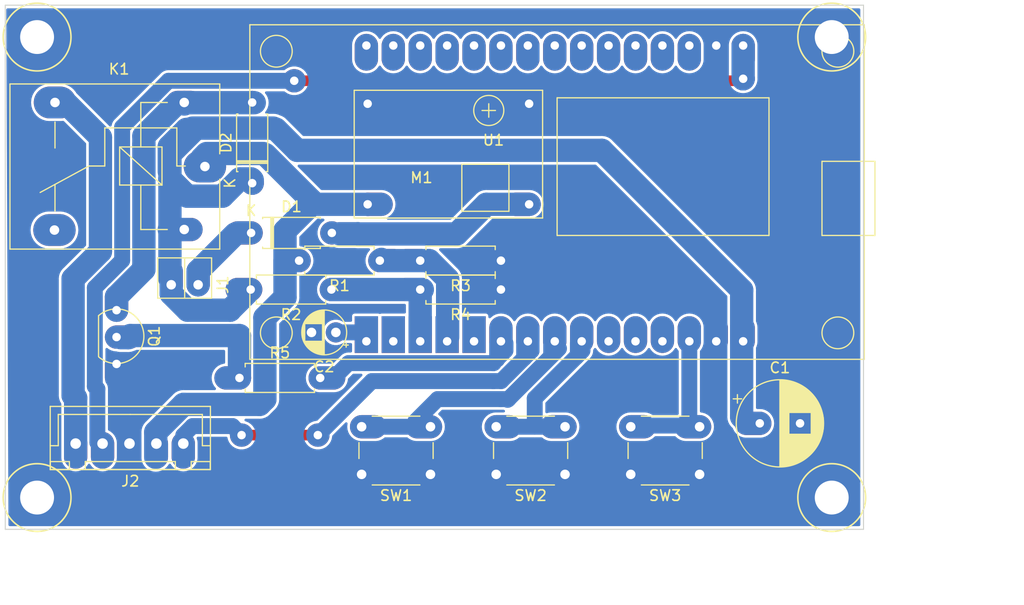
<source format=kicad_pcb>
(kicad_pcb (version 20171130) (host pcbnew "(5.1.6)-1")

  (general
    (thickness 1.6)
    (drawings 6)
    (tracks 146)
    (zones 0)
    (modules 22)
    (nets 37)
  )

  (page A4)
  (layers
    (0 F.Cu signal)
    (31 B.Cu signal)
    (32 B.Adhes user)
    (33 F.Adhes user)
    (34 B.Paste user)
    (35 F.Paste user)
    (36 B.SilkS user)
    (37 F.SilkS user)
    (38 B.Mask user)
    (39 F.Mask user)
    (40 Dwgs.User user)
    (41 Cmts.User user)
    (42 Eco1.User user)
    (43 Eco2.User user)
    (44 Edge.Cuts user)
    (45 Margin user)
    (46 B.CrtYd user)
    (47 F.CrtYd user)
    (48 B.Fab user hide)
    (49 F.Fab user)
  )

  (setup
    (last_trace_width 2.2)
    (user_trace_width 1)
    (user_trace_width 1.5)
    (user_trace_width 2.2)
    (user_trace_width 2.6)
    (trace_clearance 0.2)
    (zone_clearance 0.508)
    (zone_45_only no)
    (trace_min 0.2)
    (via_size 0.8)
    (via_drill 0.4)
    (via_min_size 0.4)
    (via_min_drill 0.3)
    (user_via 2.2 0.8)
    (uvia_size 0.3)
    (uvia_drill 0.1)
    (uvias_allowed no)
    (uvia_min_size 0.2)
    (uvia_min_drill 0.1)
    (edge_width 0.1)
    (segment_width 0.2)
    (pcb_text_width 0.3)
    (pcb_text_size 1.5 1.5)
    (mod_edge_width 0.15)
    (mod_text_size 1 1)
    (mod_text_width 0.15)
    (pad_size 2.2 3.47)
    (pad_drill 0.8)
    (pad_to_mask_clearance 0)
    (aux_axis_origin 0 0)
    (visible_elements 7FFFFFFF)
    (pcbplotparams
      (layerselection 0x010fc_ffffffff)
      (usegerberextensions false)
      (usegerberattributes true)
      (usegerberadvancedattributes true)
      (creategerberjobfile true)
      (excludeedgelayer true)
      (linewidth 0.100000)
      (plotframeref false)
      (viasonmask false)
      (mode 1)
      (useauxorigin false)
      (hpglpennumber 1)
      (hpglpenspeed 20)
      (hpglpendiameter 15.000000)
      (psnegative false)
      (psa4output false)
      (plotreference true)
      (plotvalue true)
      (plotinvisibletext false)
      (padsonsilk false)
      (subtractmaskfromsilk false)
      (outputformat 1)
      (mirror false)
      (drillshape 1)
      (scaleselection 1)
      (outputdirectory ""))
  )

  (net 0 "")
  (net 1 +5V)
  (net 2 GND)
  (net 3 "Net-(C2-Pad1)")
  (net 4 "Net-(D1-Pad1)")
  (net 5 "Net-(D1-Pad2)")
  (net 6 "Net-(D2-Pad2)")
  (net 7 +12V)
  (net 8 "Net-(Q1-Pad2)")
  (net 9 S_12V)
  (net 10 S_5V)
  (net 11 RELAY)
  (net 12 BUTTON1)
  (net 13 BUTTON2)
  (net 14 BUTTON3)
  (net 15 "Net-(U1-Pad14)")
  (net 16 "Net-(U1-Pad16)")
  (net 17 SCL)
  (net 18 "Net-(U1-Pad18)")
  (net 19 "Net-(U1-Pad19)")
  (net 20 SDA)
  (net 21 "Net-(U1-Pad21)")
  (net 22 "Net-(U1-Pad22)")
  (net 23 "Net-(U1-Pad23)")
  (net 24 "Net-(U1-Pad24)")
  (net 25 "Net-(U1-Pad25)")
  (net 26 ONE_WIRE)
  (net 27 ONBOARD_LED)
  (net 28 +3V3)
  (net 29 "Net-(U1-Pad6)")
  (net 30 "Net-(U1-Pad28)")
  (net 31 FAN)
  (net 32 "Net-(K1-Pad4)")
  (net 33 "Net-(U1-Pad4)")
  (net 34 "Net-(U1-Pad5)")
  (net 35 "Net-(U1-Pad26)")
  (net 36 "Net-(U1-Pad11)")

  (net_class Default "This is the default net class."
    (clearance 0.2)
    (trace_width 0.25)
    (via_dia 0.8)
    (via_drill 0.4)
    (uvia_dia 0.3)
    (uvia_drill 0.1)
    (add_net +12V)
    (add_net +3V3)
    (add_net +5V)
    (add_net BUTTON1)
    (add_net BUTTON2)
    (add_net BUTTON3)
    (add_net FAN)
    (add_net GND)
    (add_net "Net-(C2-Pad1)")
    (add_net "Net-(D1-Pad1)")
    (add_net "Net-(D1-Pad2)")
    (add_net "Net-(D2-Pad2)")
    (add_net "Net-(K1-Pad4)")
    (add_net "Net-(Q1-Pad2)")
    (add_net "Net-(U1-Pad11)")
    (add_net "Net-(U1-Pad14)")
    (add_net "Net-(U1-Pad16)")
    (add_net "Net-(U1-Pad18)")
    (add_net "Net-(U1-Pad19)")
    (add_net "Net-(U1-Pad21)")
    (add_net "Net-(U1-Pad22)")
    (add_net "Net-(U1-Pad23)")
    (add_net "Net-(U1-Pad24)")
    (add_net "Net-(U1-Pad25)")
    (add_net "Net-(U1-Pad26)")
    (add_net "Net-(U1-Pad28)")
    (add_net "Net-(U1-Pad4)")
    (add_net "Net-(U1-Pad5)")
    (add_net "Net-(U1-Pad6)")
    (add_net ONBOARD_LED)
    (add_net ONE_WIRE)
    (add_net RELAY)
    (add_net SCL)
    (add_net SDA)
    (add_net S_12V)
    (add_net S_5V)
  )

  (module 0_my_footprints:myMountingHole_3.2mm_M3 (layer F.Cu) (tedit 669BF647) (tstamp 6715AD98)
    (at 139.5 52)
    (descr "Mounting Hole 3.2mm, no annular, M3")
    (tags "mounting hole 3.2mm no annular m3")
    (attr virtual)
    (fp_text reference REF** (at 0 -4.2) (layer B.Fab)
      (effects (font (size 1 1) (thickness 0.15)))
    )
    (fp_text value myMountingHole_3.2mm_M3 (at 0 4.2) (layer B.Fab)
      (effects (font (size 1 1) (thickness 0.15)))
    )
    (fp_circle (center 0 0) (end 3.2 0) (layer F.SilkS) (width 0.15))
    (pad "" np_thru_hole circle (at 0 0) (size 3.2 3.2) (drill 3.2) (layers *.Cu *.Mask))
  )

  (module 0_my_footprints:myMountingHole_3.2mm_M3 (layer F.Cu) (tedit 669BF647) (tstamp 6715AD98)
    (at 139.5 95.5)
    (descr "Mounting Hole 3.2mm, no annular, M3")
    (tags "mounting hole 3.2mm no annular m3")
    (attr virtual)
    (fp_text reference REF** (at 0 -4.2) (layer B.Fab)
      (effects (font (size 1 1) (thickness 0.15)))
    )
    (fp_text value myMountingHole_3.2mm_M3 (at 0 4.2) (layer B.Fab)
      (effects (font (size 1 1) (thickness 0.15)))
    )
    (fp_circle (center 0 0) (end 3.2 0) (layer F.SilkS) (width 0.15))
    (pad "" np_thru_hole circle (at 0 0) (size 3.2 3.2) (drill 3.2) (layers *.Cu *.Mask))
  )

  (module 0_my_footprints:myMountingHole_3.2mm_M3 (layer F.Cu) (tedit 669BF647) (tstamp 6715AD98)
    (at 64.5 95.5)
    (descr "Mounting Hole 3.2mm, no annular, M3")
    (tags "mounting hole 3.2mm no annular m3")
    (attr virtual)
    (fp_text reference REF** (at 0 -4.2) (layer B.Fab)
      (effects (font (size 1 1) (thickness 0.15)))
    )
    (fp_text value myMountingHole_3.2mm_M3 (at 0 4.2) (layer B.Fab)
      (effects (font (size 1 1) (thickness 0.15)))
    )
    (fp_circle (center 0 0) (end 3.2 0) (layer F.SilkS) (width 0.15))
    (pad "" np_thru_hole circle (at 0 0) (size 3.2 3.2) (drill 3.2) (layers *.Cu *.Mask))
  )

  (module 0_my_footprints:myMountingHole_3.2mm_M3 (layer F.Cu) (tedit 669BF647) (tstamp 6715AD95)
    (at 64.5 52)
    (descr "Mounting Hole 3.2mm, no annular, M3")
    (tags "mounting hole 3.2mm no annular m3")
    (attr virtual)
    (fp_text reference REF** (at 0 -4.2) (layer B.Fab)
      (effects (font (size 1 1) (thickness 0.15)))
    )
    (fp_text value myMountingHole_3.2mm_M3 (at 0 4.2) (layer B.Fab)
      (effects (font (size 1 1) (thickness 0.15)))
    )
    (fp_circle (center 0 0) (end 3.2 0) (layer F.SilkS) (width 0.15))
    (pad "" np_thru_hole circle (at 0 0) (size 3.2 3.2) (drill 3.2) (layers *.Cu *.Mask))
  )

  (module 0_my_footprints2:CP_my100uf (layer F.Cu) (tedit 669520F6) (tstamp 67151D33)
    (at 132.71 88.49)
    (descr "CP, Radial series, Radial, pin pitch=3.80mm, , diameter=8mm, Electrolytic Capacitor")
    (tags "CP Radial series Radial pin pitch 3.80mm  diameter 8mm Electrolytic Capacitor")
    (path /671A6D4E)
    (fp_text reference C1 (at 1.9 -5.25) (layer F.SilkS)
      (effects (font (size 1 1) (thickness 0.15)))
    )
    (fp_text value 100uf (at 1.9 5.25) (layer F.Fab)
      (effects (font (size 1 1) (thickness 0.15)))
    )
    (fp_circle (center 1.9 0) (end 5.9 0) (layer F.Fab) (width 0.1))
    (fp_circle (center 1.9 0) (end 6.02 0) (layer F.SilkS) (width 0.12))
    (fp_circle (center 1.9 0) (end 6.15 0) (layer F.CrtYd) (width 0.05))
    (fp_line (start -1.526759 -1.7475) (end -0.726759 -1.7475) (layer F.Fab) (width 0.1))
    (fp_line (start -1.126759 -2.1475) (end -1.126759 -1.3475) (layer F.Fab) (width 0.1))
    (fp_line (start 1.9 -4.08) (end 1.9 4.08) (layer F.SilkS) (width 0.12))
    (fp_line (start 1.94 -4.08) (end 1.94 4.08) (layer F.SilkS) (width 0.12))
    (fp_line (start 1.98 -4.08) (end 1.98 4.08) (layer F.SilkS) (width 0.12))
    (fp_line (start 2.02 -4.079) (end 2.02 4.079) (layer F.SilkS) (width 0.12))
    (fp_line (start 2.06 -4.077) (end 2.06 4.077) (layer F.SilkS) (width 0.12))
    (fp_line (start 2.1 -4.076) (end 2.1 4.076) (layer F.SilkS) (width 0.12))
    (fp_line (start 2.14 -4.074) (end 2.14 4.074) (layer F.SilkS) (width 0.12))
    (fp_line (start 2.18 -4.071) (end 2.18 4.071) (layer F.SilkS) (width 0.12))
    (fp_line (start 2.22 -4.068) (end 2.22 4.068) (layer F.SilkS) (width 0.12))
    (fp_line (start 2.26 -4.065) (end 2.26 4.065) (layer F.SilkS) (width 0.12))
    (fp_line (start 2.3 -4.061) (end 2.3 4.061) (layer F.SilkS) (width 0.12))
    (fp_line (start 2.34 -4.057) (end 2.34 4.057) (layer F.SilkS) (width 0.12))
    (fp_line (start 2.38 -4.052) (end 2.38 4.052) (layer F.SilkS) (width 0.12))
    (fp_line (start 2.42 -4.048) (end 2.42 4.048) (layer F.SilkS) (width 0.12))
    (fp_line (start 2.46 -4.042) (end 2.46 4.042) (layer F.SilkS) (width 0.12))
    (fp_line (start 2.5 -4.037) (end 2.5 4.037) (layer F.SilkS) (width 0.12))
    (fp_line (start 2.54 -4.03) (end 2.54 4.03) (layer F.SilkS) (width 0.12))
    (fp_line (start 2.58 -4.024) (end 2.58 4.024) (layer F.SilkS) (width 0.12))
    (fp_line (start 2.621 -4.017) (end 2.621 4.017) (layer F.SilkS) (width 0.12))
    (fp_line (start 2.661 -4.01) (end 2.661 4.01) (layer F.SilkS) (width 0.12))
    (fp_line (start 2.701 -4.002) (end 2.701 4.002) (layer F.SilkS) (width 0.12))
    (fp_line (start 2.741 -3.994) (end 2.741 3.994) (layer F.SilkS) (width 0.12))
    (fp_line (start 2.781 -3.985) (end 2.781 -1.04) (layer F.SilkS) (width 0.12))
    (fp_line (start 2.781 1.04) (end 2.781 3.985) (layer F.SilkS) (width 0.12))
    (fp_line (start 2.821 -3.976) (end 2.821 -1.04) (layer F.SilkS) (width 0.12))
    (fp_line (start 2.821 1.04) (end 2.821 3.976) (layer F.SilkS) (width 0.12))
    (fp_line (start 2.861 -3.967) (end 2.861 -1.04) (layer F.SilkS) (width 0.12))
    (fp_line (start 2.861 1.04) (end 2.861 3.967) (layer F.SilkS) (width 0.12))
    (fp_line (start 2.901 -3.957) (end 2.901 -1.04) (layer F.SilkS) (width 0.12))
    (fp_line (start 2.901 1.04) (end 2.901 3.957) (layer F.SilkS) (width 0.12))
    (fp_line (start 2.941 -3.947) (end 2.941 -1.04) (layer F.SilkS) (width 0.12))
    (fp_line (start 2.941 1.04) (end 2.941 3.947) (layer F.SilkS) (width 0.12))
    (fp_line (start 2.981 -3.936) (end 2.981 -1.04) (layer F.SilkS) (width 0.12))
    (fp_line (start 2.981 1.04) (end 2.981 3.936) (layer F.SilkS) (width 0.12))
    (fp_line (start 3.021 -3.925) (end 3.021 -1.04) (layer F.SilkS) (width 0.12))
    (fp_line (start 3.021 1.04) (end 3.021 3.925) (layer F.SilkS) (width 0.12))
    (fp_line (start 3.061 -3.914) (end 3.061 -1.04) (layer F.SilkS) (width 0.12))
    (fp_line (start 3.061 1.04) (end 3.061 3.914) (layer F.SilkS) (width 0.12))
    (fp_line (start 3.101 -3.902) (end 3.101 -1.04) (layer F.SilkS) (width 0.12))
    (fp_line (start 3.101 1.04) (end 3.101 3.902) (layer F.SilkS) (width 0.12))
    (fp_line (start 3.141 -3.889) (end 3.141 -1.04) (layer F.SilkS) (width 0.12))
    (fp_line (start 3.141 1.04) (end 3.141 3.889) (layer F.SilkS) (width 0.12))
    (fp_line (start 3.181 -3.877) (end 3.181 -1.04) (layer F.SilkS) (width 0.12))
    (fp_line (start 3.181 1.04) (end 3.181 3.877) (layer F.SilkS) (width 0.12))
    (fp_line (start 3.221 -3.863) (end 3.221 -1.04) (layer F.SilkS) (width 0.12))
    (fp_line (start 3.221 1.04) (end 3.221 3.863) (layer F.SilkS) (width 0.12))
    (fp_line (start 3.261 -3.85) (end 3.261 -1.04) (layer F.SilkS) (width 0.12))
    (fp_line (start 3.261 1.04) (end 3.261 3.85) (layer F.SilkS) (width 0.12))
    (fp_line (start 3.301 -3.835) (end 3.301 -1.04) (layer F.SilkS) (width 0.12))
    (fp_line (start 3.301 1.04) (end 3.301 3.835) (layer F.SilkS) (width 0.12))
    (fp_line (start 3.341 -3.821) (end 3.341 -1.04) (layer F.SilkS) (width 0.12))
    (fp_line (start 3.341 1.04) (end 3.341 3.821) (layer F.SilkS) (width 0.12))
    (fp_line (start 3.381 -3.805) (end 3.381 -1.04) (layer F.SilkS) (width 0.12))
    (fp_line (start 3.381 1.04) (end 3.381 3.805) (layer F.SilkS) (width 0.12))
    (fp_line (start 3.421 -3.79) (end 3.421 -1.04) (layer F.SilkS) (width 0.12))
    (fp_line (start 3.421 1.04) (end 3.421 3.79) (layer F.SilkS) (width 0.12))
    (fp_line (start 3.461 -3.774) (end 3.461 -1.04) (layer F.SilkS) (width 0.12))
    (fp_line (start 3.461 1.04) (end 3.461 3.774) (layer F.SilkS) (width 0.12))
    (fp_line (start 3.501 -3.757) (end 3.501 -1.04) (layer F.SilkS) (width 0.12))
    (fp_line (start 3.501 1.04) (end 3.501 3.757) (layer F.SilkS) (width 0.12))
    (fp_line (start 3.541 -3.74) (end 3.541 -1.04) (layer F.SilkS) (width 0.12))
    (fp_line (start 3.541 1.04) (end 3.541 3.74) (layer F.SilkS) (width 0.12))
    (fp_line (start 3.581 -3.722) (end 3.581 -1.04) (layer F.SilkS) (width 0.12))
    (fp_line (start 3.581 1.04) (end 3.581 3.722) (layer F.SilkS) (width 0.12))
    (fp_line (start 3.621 -3.704) (end 3.621 -1.04) (layer F.SilkS) (width 0.12))
    (fp_line (start 3.621 1.04) (end 3.621 3.704) (layer F.SilkS) (width 0.12))
    (fp_line (start 3.661 -3.686) (end 3.661 -1.04) (layer F.SilkS) (width 0.12))
    (fp_line (start 3.661 1.04) (end 3.661 3.686) (layer F.SilkS) (width 0.12))
    (fp_line (start 3.701 -3.666) (end 3.701 -1.04) (layer F.SilkS) (width 0.12))
    (fp_line (start 3.701 1.04) (end 3.701 3.666) (layer F.SilkS) (width 0.12))
    (fp_line (start 3.741 -3.647) (end 3.741 -1.04) (layer F.SilkS) (width 0.12))
    (fp_line (start 3.741 1.04) (end 3.741 3.647) (layer F.SilkS) (width 0.12))
    (fp_line (start 3.781 -3.627) (end 3.781 -1.04) (layer F.SilkS) (width 0.12))
    (fp_line (start 3.781 1.04) (end 3.781 3.627) (layer F.SilkS) (width 0.12))
    (fp_line (start 3.821 -3.606) (end 3.821 -1.04) (layer F.SilkS) (width 0.12))
    (fp_line (start 3.821 1.04) (end 3.821 3.606) (layer F.SilkS) (width 0.12))
    (fp_line (start 3.861 -3.584) (end 3.861 -1.04) (layer F.SilkS) (width 0.12))
    (fp_line (start 3.861 1.04) (end 3.861 3.584) (layer F.SilkS) (width 0.12))
    (fp_line (start 3.901 -3.562) (end 3.901 -1.04) (layer F.SilkS) (width 0.12))
    (fp_line (start 3.901 1.04) (end 3.901 3.562) (layer F.SilkS) (width 0.12))
    (fp_line (start 3.941 -3.54) (end 3.941 -1.04) (layer F.SilkS) (width 0.12))
    (fp_line (start 3.941 1.04) (end 3.941 3.54) (layer F.SilkS) (width 0.12))
    (fp_line (start 3.981 -3.517) (end 3.981 -1.04) (layer F.SilkS) (width 0.12))
    (fp_line (start 3.981 1.04) (end 3.981 3.517) (layer F.SilkS) (width 0.12))
    (fp_line (start 4.021 -3.493) (end 4.021 -1.04) (layer F.SilkS) (width 0.12))
    (fp_line (start 4.021 1.04) (end 4.021 3.493) (layer F.SilkS) (width 0.12))
    (fp_line (start 4.061 -3.469) (end 4.061 -1.04) (layer F.SilkS) (width 0.12))
    (fp_line (start 4.061 1.04) (end 4.061 3.469) (layer F.SilkS) (width 0.12))
    (fp_line (start 4.101 -3.444) (end 4.101 -1.04) (layer F.SilkS) (width 0.12))
    (fp_line (start 4.101 1.04) (end 4.101 3.444) (layer F.SilkS) (width 0.12))
    (fp_line (start 4.141 -3.418) (end 4.141 -1.04) (layer F.SilkS) (width 0.12))
    (fp_line (start 4.141 1.04) (end 4.141 3.418) (layer F.SilkS) (width 0.12))
    (fp_line (start 4.181 -3.392) (end 4.181 -1.04) (layer F.SilkS) (width 0.12))
    (fp_line (start 4.181 1.04) (end 4.181 3.392) (layer F.SilkS) (width 0.12))
    (fp_line (start 4.221 -3.365) (end 4.221 -1.04) (layer F.SilkS) (width 0.12))
    (fp_line (start 4.221 1.04) (end 4.221 3.365) (layer F.SilkS) (width 0.12))
    (fp_line (start 4.261 -3.338) (end 4.261 -1.04) (layer F.SilkS) (width 0.12))
    (fp_line (start 4.261 1.04) (end 4.261 3.338) (layer F.SilkS) (width 0.12))
    (fp_line (start 4.301 -3.309) (end 4.301 -1.04) (layer F.SilkS) (width 0.12))
    (fp_line (start 4.301 1.04) (end 4.301 3.309) (layer F.SilkS) (width 0.12))
    (fp_line (start 4.341 -3.28) (end 4.341 -1.04) (layer F.SilkS) (width 0.12))
    (fp_line (start 4.341 1.04) (end 4.341 3.28) (layer F.SilkS) (width 0.12))
    (fp_line (start 4.381 -3.25) (end 4.381 -1.04) (layer F.SilkS) (width 0.12))
    (fp_line (start 4.381 1.04) (end 4.381 3.25) (layer F.SilkS) (width 0.12))
    (fp_line (start 4.421 -3.22) (end 4.421 -1.04) (layer F.SilkS) (width 0.12))
    (fp_line (start 4.421 1.04) (end 4.421 3.22) (layer F.SilkS) (width 0.12))
    (fp_line (start 4.461 -3.189) (end 4.461 -1.04) (layer F.SilkS) (width 0.12))
    (fp_line (start 4.461 1.04) (end 4.461 3.189) (layer F.SilkS) (width 0.12))
    (fp_line (start 4.501 -3.156) (end 4.501 -1.04) (layer F.SilkS) (width 0.12))
    (fp_line (start 4.501 1.04) (end 4.501 3.156) (layer F.SilkS) (width 0.12))
    (fp_line (start 4.541 -3.124) (end 4.541 -1.04) (layer F.SilkS) (width 0.12))
    (fp_line (start 4.541 1.04) (end 4.541 3.124) (layer F.SilkS) (width 0.12))
    (fp_line (start 4.581 -3.09) (end 4.581 -1.04) (layer F.SilkS) (width 0.12))
    (fp_line (start 4.581 1.04) (end 4.581 3.09) (layer F.SilkS) (width 0.12))
    (fp_line (start 4.621 -3.055) (end 4.621 -1.04) (layer F.SilkS) (width 0.12))
    (fp_line (start 4.621 1.04) (end 4.621 3.055) (layer F.SilkS) (width 0.12))
    (fp_line (start 4.661 -3.019) (end 4.661 -1.04) (layer F.SilkS) (width 0.12))
    (fp_line (start 4.661 1.04) (end 4.661 3.019) (layer F.SilkS) (width 0.12))
    (fp_line (start 4.701 -2.983) (end 4.701 -1.04) (layer F.SilkS) (width 0.12))
    (fp_line (start 4.701 1.04) (end 4.701 2.983) (layer F.SilkS) (width 0.12))
    (fp_line (start 4.741 -2.945) (end 4.741 -1.04) (layer F.SilkS) (width 0.12))
    (fp_line (start 4.741 1.04) (end 4.741 2.945) (layer F.SilkS) (width 0.12))
    (fp_line (start 4.781 -2.907) (end 4.781 -1.04) (layer F.SilkS) (width 0.12))
    (fp_line (start 4.781 1.04) (end 4.781 2.907) (layer F.SilkS) (width 0.12))
    (fp_line (start 4.821 -2.867) (end 4.821 -1.04) (layer F.SilkS) (width 0.12))
    (fp_line (start 4.821 1.04) (end 4.821 2.867) (layer F.SilkS) (width 0.12))
    (fp_line (start 4.861 -2.826) (end 4.861 2.826) (layer F.SilkS) (width 0.12))
    (fp_line (start 4.901 -2.784) (end 4.901 2.784) (layer F.SilkS) (width 0.12))
    (fp_line (start 4.941 -2.741) (end 4.941 2.741) (layer F.SilkS) (width 0.12))
    (fp_line (start 4.981 -2.697) (end 4.981 2.697) (layer F.SilkS) (width 0.12))
    (fp_line (start 5.021 -2.651) (end 5.021 2.651) (layer F.SilkS) (width 0.12))
    (fp_line (start 5.061 -2.604) (end 5.061 2.604) (layer F.SilkS) (width 0.12))
    (fp_line (start 5.101 -2.556) (end 5.101 2.556) (layer F.SilkS) (width 0.12))
    (fp_line (start 5.141 -2.505) (end 5.141 2.505) (layer F.SilkS) (width 0.12))
    (fp_line (start 5.181 -2.454) (end 5.181 2.454) (layer F.SilkS) (width 0.12))
    (fp_line (start 5.221 -2.4) (end 5.221 2.4) (layer F.SilkS) (width 0.12))
    (fp_line (start 5.261 -2.345) (end 5.261 2.345) (layer F.SilkS) (width 0.12))
    (fp_line (start 5.301 -2.287) (end 5.301 2.287) (layer F.SilkS) (width 0.12))
    (fp_line (start 5.341 -2.228) (end 5.341 2.228) (layer F.SilkS) (width 0.12))
    (fp_line (start 5.381 -2.166) (end 5.381 2.166) (layer F.SilkS) (width 0.12))
    (fp_line (start 5.421 -2.102) (end 5.421 2.102) (layer F.SilkS) (width 0.12))
    (fp_line (start 5.461 -2.034) (end 5.461 2.034) (layer F.SilkS) (width 0.12))
    (fp_line (start 5.501 -1.964) (end 5.501 1.964) (layer F.SilkS) (width 0.12))
    (fp_line (start 5.541 -1.89) (end 5.541 1.89) (layer F.SilkS) (width 0.12))
    (fp_line (start 5.581 -1.813) (end 5.581 1.813) (layer F.SilkS) (width 0.12))
    (fp_line (start 5.621 -1.731) (end 5.621 1.731) (layer F.SilkS) (width 0.12))
    (fp_line (start 5.661 -1.645) (end 5.661 1.645) (layer F.SilkS) (width 0.12))
    (fp_line (start 5.701 -1.552) (end 5.701 1.552) (layer F.SilkS) (width 0.12))
    (fp_line (start 5.741 -1.453) (end 5.741 1.453) (layer F.SilkS) (width 0.12))
    (fp_line (start 5.781 -1.346) (end 5.781 1.346) (layer F.SilkS) (width 0.12))
    (fp_line (start 5.821 -1.229) (end 5.821 1.229) (layer F.SilkS) (width 0.12))
    (fp_line (start 5.861 -1.098) (end 5.861 1.098) (layer F.SilkS) (width 0.12))
    (fp_line (start 5.901 -0.948) (end 5.901 0.948) (layer F.SilkS) (width 0.12))
    (fp_line (start 5.941 -0.768) (end 5.941 0.768) (layer F.SilkS) (width 0.12))
    (fp_line (start 5.981 -0.533) (end 5.981 0.533) (layer F.SilkS) (width 0.12))
    (fp_line (start -2.509698 -2.315) (end -1.709698 -2.315) (layer F.SilkS) (width 0.12))
    (fp_line (start -2.109698 -2.715) (end -2.109698 -1.915) (layer F.SilkS) (width 0.12))
    (fp_text user %R (at 1.9 0) (layer F.Fab)
      (effects (font (size 1 1) (thickness 0.15)))
    )
    (pad 1 thru_hole oval (at 0 0) (size 3.47 2.2) (drill 0.8 (offset -0.635 0)) (layers *.Cu *.Mask)
      (net 1 +5V))
    (pad 2 thru_hole oval (at 3.8 0) (size 3.47 2.2) (drill 0.8 (offset 0.535 0)) (layers *.Cu *.Mask)
      (net 2 GND))
    (model ${KISYS3DMOD}/Capacitor_THT.3dshapes/CP_Radial_D8.0mm_P3.80mm.wrl
      (at (xyz 0 0 0))
      (scale (xyz 1 1 1))
      (rotate (xyz 0 0 0))
    )
  )

  (module 0_my_footprints:CP_my10uf (layer F.Cu) (tedit 63C2E2E2) (tstamp 67151D9F)
    (at 92.6 79.9 180)
    (descr "CP, Radial series, Radial, pin pitch=2.00mm, , diameter=4mm, Electrolytic Capacitor")
    (tags "CP Radial series Radial pin pitch 2.00mm  diameter 4mm Electrolytic Capacitor")
    (path /61F3EFF1)
    (fp_text reference C2 (at 1 -3.25) (layer F.SilkS)
      (effects (font (size 1 1) (thickness 0.15)))
    )
    (fp_text value 4.7uf (at 1 3.25) (layer F.Fab)
      (effects (font (size 1 1) (thickness 0.15)))
    )
    (fp_circle (center 1 0) (end 3 0) (layer F.Fab) (width 0.1))
    (fp_circle (center 1 0) (end 3.12 0) (layer F.SilkS) (width 0.12))
    (fp_circle (center 1 0) (end 3.25 0) (layer F.CrtYd) (width 0.05))
    (fp_line (start -0.702554 -0.8675) (end -0.302554 -0.8675) (layer F.Fab) (width 0.1))
    (fp_line (start -0.502554 -1.0675) (end -0.502554 -0.6675) (layer F.Fab) (width 0.1))
    (fp_line (start 1 -2.08) (end 1 2.08) (layer F.SilkS) (width 0.12))
    (fp_line (start 1.04 -2.08) (end 1.04 2.08) (layer F.SilkS) (width 0.12))
    (fp_line (start 1.08 -2.079) (end 1.08 2.079) (layer F.SilkS) (width 0.12))
    (fp_line (start 1.12 -2.077) (end 1.12 2.077) (layer F.SilkS) (width 0.12))
    (fp_line (start 1.16 -2.074) (end 1.16 2.074) (layer F.SilkS) (width 0.12))
    (fp_line (start 1.2 -2.071) (end 1.2 -0.84) (layer F.SilkS) (width 0.12))
    (fp_line (start 1.2 0.84) (end 1.2 2.071) (layer F.SilkS) (width 0.12))
    (fp_line (start 1.24 -2.067) (end 1.24 -0.84) (layer F.SilkS) (width 0.12))
    (fp_line (start 1.24 0.84) (end 1.24 2.067) (layer F.SilkS) (width 0.12))
    (fp_line (start 1.28 -2.062) (end 1.28 -0.84) (layer F.SilkS) (width 0.12))
    (fp_line (start 1.28 0.84) (end 1.28 2.062) (layer F.SilkS) (width 0.12))
    (fp_line (start 1.32 -2.056) (end 1.32 -0.84) (layer F.SilkS) (width 0.12))
    (fp_line (start 1.32 0.84) (end 1.32 2.056) (layer F.SilkS) (width 0.12))
    (fp_line (start 1.36 -2.05) (end 1.36 -0.84) (layer F.SilkS) (width 0.12))
    (fp_line (start 1.36 0.84) (end 1.36 2.05) (layer F.SilkS) (width 0.12))
    (fp_line (start 1.4 -2.042) (end 1.4 -0.84) (layer F.SilkS) (width 0.12))
    (fp_line (start 1.4 0.84) (end 1.4 2.042) (layer F.SilkS) (width 0.12))
    (fp_line (start 1.44 -2.034) (end 1.44 -0.84) (layer F.SilkS) (width 0.12))
    (fp_line (start 1.44 0.84) (end 1.44 2.034) (layer F.SilkS) (width 0.12))
    (fp_line (start 1.48 -2.025) (end 1.48 -0.84) (layer F.SilkS) (width 0.12))
    (fp_line (start 1.48 0.84) (end 1.48 2.025) (layer F.SilkS) (width 0.12))
    (fp_line (start 1.52 -2.016) (end 1.52 -0.84) (layer F.SilkS) (width 0.12))
    (fp_line (start 1.52 0.84) (end 1.52 2.016) (layer F.SilkS) (width 0.12))
    (fp_line (start 1.56 -2.005) (end 1.56 -0.84) (layer F.SilkS) (width 0.12))
    (fp_line (start 1.56 0.84) (end 1.56 2.005) (layer F.SilkS) (width 0.12))
    (fp_line (start 1.6 -1.994) (end 1.6 -0.84) (layer F.SilkS) (width 0.12))
    (fp_line (start 1.6 0.84) (end 1.6 1.994) (layer F.SilkS) (width 0.12))
    (fp_line (start 1.64 -1.982) (end 1.64 -0.84) (layer F.SilkS) (width 0.12))
    (fp_line (start 1.64 0.84) (end 1.64 1.982) (layer F.SilkS) (width 0.12))
    (fp_line (start 1.68 -1.968) (end 1.68 -0.84) (layer F.SilkS) (width 0.12))
    (fp_line (start 1.68 0.84) (end 1.68 1.968) (layer F.SilkS) (width 0.12))
    (fp_line (start 1.721 -1.954) (end 1.721 -0.84) (layer F.SilkS) (width 0.12))
    (fp_line (start 1.721 0.84) (end 1.721 1.954) (layer F.SilkS) (width 0.12))
    (fp_line (start 1.761 -1.94) (end 1.761 -0.84) (layer F.SilkS) (width 0.12))
    (fp_line (start 1.761 0.84) (end 1.761 1.94) (layer F.SilkS) (width 0.12))
    (fp_line (start 1.801 -1.924) (end 1.801 -0.84) (layer F.SilkS) (width 0.12))
    (fp_line (start 1.801 0.84) (end 1.801 1.924) (layer F.SilkS) (width 0.12))
    (fp_line (start 1.841 -1.907) (end 1.841 -0.84) (layer F.SilkS) (width 0.12))
    (fp_line (start 1.841 0.84) (end 1.841 1.907) (layer F.SilkS) (width 0.12))
    (fp_line (start 1.881 -1.889) (end 1.881 -0.84) (layer F.SilkS) (width 0.12))
    (fp_line (start 1.881 0.84) (end 1.881 1.889) (layer F.SilkS) (width 0.12))
    (fp_line (start 1.921 -1.87) (end 1.921 -0.84) (layer F.SilkS) (width 0.12))
    (fp_line (start 1.921 0.84) (end 1.921 1.87) (layer F.SilkS) (width 0.12))
    (fp_line (start 1.961 -1.851) (end 1.961 -0.84) (layer F.SilkS) (width 0.12))
    (fp_line (start 1.961 0.84) (end 1.961 1.851) (layer F.SilkS) (width 0.12))
    (fp_line (start 2.001 -1.83) (end 2.001 -0.84) (layer F.SilkS) (width 0.12))
    (fp_line (start 2.001 0.84) (end 2.001 1.83) (layer F.SilkS) (width 0.12))
    (fp_line (start 2.041 -1.808) (end 2.041 -0.84) (layer F.SilkS) (width 0.12))
    (fp_line (start 2.041 0.84) (end 2.041 1.808) (layer F.SilkS) (width 0.12))
    (fp_line (start 2.081 -1.785) (end 2.081 -0.84) (layer F.SilkS) (width 0.12))
    (fp_line (start 2.081 0.84) (end 2.081 1.785) (layer F.SilkS) (width 0.12))
    (fp_line (start 2.121 -1.76) (end 2.121 -0.84) (layer F.SilkS) (width 0.12))
    (fp_line (start 2.121 0.84) (end 2.121 1.76) (layer F.SilkS) (width 0.12))
    (fp_line (start 2.161 -1.735) (end 2.161 -0.84) (layer F.SilkS) (width 0.12))
    (fp_line (start 2.161 0.84) (end 2.161 1.735) (layer F.SilkS) (width 0.12))
    (fp_line (start 2.201 -1.708) (end 2.201 -0.84) (layer F.SilkS) (width 0.12))
    (fp_line (start 2.201 0.84) (end 2.201 1.708) (layer F.SilkS) (width 0.12))
    (fp_line (start 2.241 -1.68) (end 2.241 -0.84) (layer F.SilkS) (width 0.12))
    (fp_line (start 2.241 0.84) (end 2.241 1.68) (layer F.SilkS) (width 0.12))
    (fp_line (start 2.281 -1.65) (end 2.281 -0.84) (layer F.SilkS) (width 0.12))
    (fp_line (start 2.281 0.84) (end 2.281 1.65) (layer F.SilkS) (width 0.12))
    (fp_line (start 2.321 -1.619) (end 2.321 -0.84) (layer F.SilkS) (width 0.12))
    (fp_line (start 2.321 0.84) (end 2.321 1.619) (layer F.SilkS) (width 0.12))
    (fp_line (start 2.361 -1.587) (end 2.361 -0.84) (layer F.SilkS) (width 0.12))
    (fp_line (start 2.361 0.84) (end 2.361 1.587) (layer F.SilkS) (width 0.12))
    (fp_line (start 2.401 -1.552) (end 2.401 -0.84) (layer F.SilkS) (width 0.12))
    (fp_line (start 2.401 0.84) (end 2.401 1.552) (layer F.SilkS) (width 0.12))
    (fp_line (start 2.441 -1.516) (end 2.441 -0.84) (layer F.SilkS) (width 0.12))
    (fp_line (start 2.441 0.84) (end 2.441 1.516) (layer F.SilkS) (width 0.12))
    (fp_line (start 2.481 -1.478) (end 2.481 -0.84) (layer F.SilkS) (width 0.12))
    (fp_line (start 2.481 0.84) (end 2.481 1.478) (layer F.SilkS) (width 0.12))
    (fp_line (start 2.521 -1.438) (end 2.521 -0.84) (layer F.SilkS) (width 0.12))
    (fp_line (start 2.521 0.84) (end 2.521 1.438) (layer F.SilkS) (width 0.12))
    (fp_line (start 2.561 -1.396) (end 2.561 -0.84) (layer F.SilkS) (width 0.12))
    (fp_line (start 2.561 0.84) (end 2.561 1.396) (layer F.SilkS) (width 0.12))
    (fp_line (start 2.601 -1.351) (end 2.601 -0.84) (layer F.SilkS) (width 0.12))
    (fp_line (start 2.601 0.84) (end 2.601 1.351) (layer F.SilkS) (width 0.12))
    (fp_line (start 2.641 -1.304) (end 2.641 -0.84) (layer F.SilkS) (width 0.12))
    (fp_line (start 2.641 0.84) (end 2.641 1.304) (layer F.SilkS) (width 0.12))
    (fp_line (start 2.681 -1.254) (end 2.681 -0.84) (layer F.SilkS) (width 0.12))
    (fp_line (start 2.681 0.84) (end 2.681 1.254) (layer F.SilkS) (width 0.12))
    (fp_line (start 2.721 -1.2) (end 2.721 -0.84) (layer F.SilkS) (width 0.12))
    (fp_line (start 2.721 0.84) (end 2.721 1.2) (layer F.SilkS) (width 0.12))
    (fp_line (start 2.761 -1.142) (end 2.761 -0.84) (layer F.SilkS) (width 0.12))
    (fp_line (start 2.761 0.84) (end 2.761 1.142) (layer F.SilkS) (width 0.12))
    (fp_line (start 2.801 -1.08) (end 2.801 -0.84) (layer F.SilkS) (width 0.12))
    (fp_line (start 2.801 0.84) (end 2.801 1.08) (layer F.SilkS) (width 0.12))
    (fp_line (start 2.841 -1.013) (end 2.841 1.013) (layer F.SilkS) (width 0.12))
    (fp_line (start 2.881 -0.94) (end 2.881 0.94) (layer F.SilkS) (width 0.12))
    (fp_line (start 2.921 -0.859) (end 2.921 0.859) (layer F.SilkS) (width 0.12))
    (fp_line (start 2.961 -0.768) (end 2.961 0.768) (layer F.SilkS) (width 0.12))
    (fp_line (start 3.001 -0.664) (end 3.001 0.664) (layer F.SilkS) (width 0.12))
    (fp_line (start 3.041 -0.537) (end 3.041 0.537) (layer F.SilkS) (width 0.12))
    (fp_line (start 3.081 -0.37) (end 3.081 0.37) (layer F.SilkS) (width 0.12))
    (fp_line (start -1.269801 -1.195) (end -0.869801 -1.195) (layer F.SilkS) (width 0.12))
    (fp_line (start -1.069801 -1.395) (end -1.069801 -0.995) (layer F.SilkS) (width 0.12))
    (fp_text user %R (at 1 0) (layer F.Fab)
      (effects (font (size 0.8 0.8) (thickness 0.12)))
    )
    (pad 1 thru_hole circle (at -0.1 0 180) (size 1.9 1.9) (drill 0.9) (layers *.Cu *.Mask)
      (net 3 "Net-(C2-Pad1)"))
    (pad 2 thru_hole circle (at 2.2 0 180) (size 1.9 1.9) (drill 0.9) (layers *.Cu *.Mask)
      (net 2 GND))
    (model ${KISYS3DMOD}/Capacitor_THT.3dshapes/CP_Radial_D4.0mm_P2.00mm.wrl
      (at (xyz 0 0 0))
      (scale (xyz 1 1 1))
      (rotate (xyz 0 0 0))
    )
  )

  (module 0_my_footprints:myDiodeSchotsky (layer F.Cu) (tedit 671532C2) (tstamp 67151DBE)
    (at 84.7 70.5)
    (descr "Diode, DO-41_SOD81 series, Axial, Horizontal, pin pitch=7.62mm, , length*diameter=5.2*2.7mm^2, , http://www.diodes.com/_files/packages/DO-41%20(Plastic).pdf")
    (tags "Diode DO-41_SOD81 series Axial Horizontal pin pitch 7.62mm  length 5.2mm diameter 2.7mm")
    (path /67022BE0)
    (fp_text reference D1 (at 3.81 -2.47) (layer F.SilkS)
      (effects (font (size 1 1) (thickness 0.15)))
    )
    (fp_text value 1N400x (at 3.81 2.47) (layer F.Fab)
      (effects (font (size 1 1) (thickness 0.15)))
    )
    (fp_line (start 1.21 -1.35) (end 1.21 1.35) (layer F.Fab) (width 0.1))
    (fp_line (start 1.21 1.35) (end 6.41 1.35) (layer F.Fab) (width 0.1))
    (fp_line (start 6.41 1.35) (end 6.41 -1.35) (layer F.Fab) (width 0.1))
    (fp_line (start 6.41 -1.35) (end 1.21 -1.35) (layer F.Fab) (width 0.1))
    (fp_line (start 0 0) (end 1.21 0) (layer F.Fab) (width 0.1))
    (fp_line (start 7.62 0) (end 6.41 0) (layer F.Fab) (width 0.1))
    (fp_line (start 1.99 -1.35) (end 1.99 1.35) (layer F.Fab) (width 0.1))
    (fp_line (start 2.09 -1.35) (end 2.09 1.35) (layer F.Fab) (width 0.1))
    (fp_line (start 1.89 -1.35) (end 1.89 1.35) (layer F.Fab) (width 0.1))
    (fp_line (start 1.09 -1.34) (end 1.09 -1.47) (layer F.SilkS) (width 0.12))
    (fp_line (start 1.09 -1.47) (end 6.53 -1.47) (layer F.SilkS) (width 0.12))
    (fp_line (start 6.53 -1.47) (end 6.53 -1.34) (layer F.SilkS) (width 0.12))
    (fp_line (start 1.09 1.34) (end 1.09 1.47) (layer F.SilkS) (width 0.12))
    (fp_line (start 1.09 1.47) (end 6.53 1.47) (layer F.SilkS) (width 0.12))
    (fp_line (start 6.53 1.47) (end 6.53 1.34) (layer F.SilkS) (width 0.12))
    (fp_line (start 1.99 -1.47) (end 1.99 1.47) (layer F.SilkS) (width 0.12))
    (fp_line (start 2.11 -1.47) (end 2.11 1.47) (layer F.SilkS) (width 0.12))
    (fp_line (start 1.87 -1.47) (end 1.87 1.47) (layer F.SilkS) (width 0.12))
    (fp_line (start -1.35 -1.6) (end -1.35 1.6) (layer F.CrtYd) (width 0.05))
    (fp_line (start -1.35 1.6) (end 8.97 1.6) (layer F.CrtYd) (width 0.05))
    (fp_line (start 8.97 1.6) (end 8.97 -1.6) (layer F.CrtYd) (width 0.05))
    (fp_line (start 8.97 -1.6) (end -1.35 -1.6) (layer F.CrtYd) (width 0.05))
    (fp_text user %R (at 4.2 0) (layer F.Fab)
      (effects (font (size 1 1) (thickness 0.15)))
    )
    (fp_text user K (at 0 -2.1) (layer F.Fab)
      (effects (font (size 1 1) (thickness 0.15)))
    )
    (fp_text user K (at 0 -2.1) (layer F.SilkS)
      (effects (font (size 1 1) (thickness 0.15)))
    )
    (pad 1 thru_hole oval (at 0 0) (size 3.47 2.2) (drill 0.8 (offset -0.635 0)) (layers *.Cu *.Mask)
      (net 4 "Net-(D1-Pad1)"))
    (pad 2 thru_hole circle (at 7.62 0) (size 2.2 2.2) (drill 0.8) (layers *.Cu *.Mask)
      (net 5 "Net-(D1-Pad2)"))
    (model ${KISYS3DMOD}/Diode_THT.3dshapes/D_DO-41_SOD81_P7.62mm_Horizontal.wrl
      (at (xyz 0 0 0))
      (scale (xyz 1 1 1))
      (rotate (xyz 0 0 0))
    )
  )

  (module 0_my_footprints:myDiodeSchotsky (layer F.Cu) (tedit 67151099) (tstamp 67151DDD)
    (at 84.8 65.8 90)
    (descr "Diode, DO-41_SOD81 series, Axial, Horizontal, pin pitch=7.62mm, , length*diameter=5.2*2.7mm^2, , http://www.diodes.com/_files/packages/DO-41%20(Plastic).pdf")
    (tags "Diode DO-41_SOD81 series Axial Horizontal pin pitch 7.62mm  length 5.2mm diameter 2.7mm")
    (path /61BD214F)
    (fp_text reference D2 (at 3.81 -2.47 90) (layer F.SilkS)
      (effects (font (size 1 1) (thickness 0.15)))
    )
    (fp_text value 1N400x (at 3.81 2.47 90) (layer F.Fab)
      (effects (font (size 1 1) (thickness 0.15)))
    )
    (fp_line (start 8.97 -1.6) (end -1.35 -1.6) (layer F.CrtYd) (width 0.05))
    (fp_line (start 8.97 1.6) (end 8.97 -1.6) (layer F.CrtYd) (width 0.05))
    (fp_line (start -1.35 1.6) (end 8.97 1.6) (layer F.CrtYd) (width 0.05))
    (fp_line (start -1.35 -1.6) (end -1.35 1.6) (layer F.CrtYd) (width 0.05))
    (fp_line (start 1.87 -1.47) (end 1.87 1.47) (layer F.SilkS) (width 0.12))
    (fp_line (start 2.11 -1.47) (end 2.11 1.47) (layer F.SilkS) (width 0.12))
    (fp_line (start 1.99 -1.47) (end 1.99 1.47) (layer F.SilkS) (width 0.12))
    (fp_line (start 6.53 1.47) (end 6.53 1.34) (layer F.SilkS) (width 0.12))
    (fp_line (start 1.09 1.47) (end 6.53 1.47) (layer F.SilkS) (width 0.12))
    (fp_line (start 1.09 1.34) (end 1.09 1.47) (layer F.SilkS) (width 0.12))
    (fp_line (start 6.53 -1.47) (end 6.53 -1.34) (layer F.SilkS) (width 0.12))
    (fp_line (start 1.09 -1.47) (end 6.53 -1.47) (layer F.SilkS) (width 0.12))
    (fp_line (start 1.09 -1.34) (end 1.09 -1.47) (layer F.SilkS) (width 0.12))
    (fp_line (start 1.89 -1.35) (end 1.89 1.35) (layer F.Fab) (width 0.1))
    (fp_line (start 2.09 -1.35) (end 2.09 1.35) (layer F.Fab) (width 0.1))
    (fp_line (start 1.99 -1.35) (end 1.99 1.35) (layer F.Fab) (width 0.1))
    (fp_line (start 7.62 0) (end 6.41 0) (layer F.Fab) (width 0.1))
    (fp_line (start 0 0) (end 1.21 0) (layer F.Fab) (width 0.1))
    (fp_line (start 6.41 -1.35) (end 1.21 -1.35) (layer F.Fab) (width 0.1))
    (fp_line (start 6.41 1.35) (end 6.41 -1.35) (layer F.Fab) (width 0.1))
    (fp_line (start 1.21 1.35) (end 6.41 1.35) (layer F.Fab) (width 0.1))
    (fp_line (start 1.21 -1.35) (end 1.21 1.35) (layer F.Fab) (width 0.1))
    (fp_text user K (at 0 -2.1 90) (layer F.SilkS)
      (effects (font (size 1 1) (thickness 0.15)))
    )
    (fp_text user K (at 0 -2.1 90) (layer F.Fab)
      (effects (font (size 1 1) (thickness 0.15)))
    )
    (fp_text user %R (at 4.2 0 90) (layer F.Fab)
      (effects (font (size 1 1) (thickness 0.15)))
    )
    (pad 2 thru_hole circle (at 7.62 0 90) (size 2.2 2.2) (drill 0.8) (layers *.Cu *.Mask)
      (net 6 "Net-(D2-Pad2)"))
    (pad 1 thru_hole circle (at 0 0 90) (size 2.2 2.2) (drill 0.8) (layers *.Cu *.Mask)
      (net 1 +5V))
    (model ${KISYS3DMOD}/Diode_THT.3dshapes/D_DO-41_SOD81_P7.62mm_Horizontal.wrl
      (at (xyz 0 0 0))
      (scale (xyz 1 1 1))
      (rotate (xyz 0 0 0))
    )
  )

  (module 0_my_footprints2:pinHeader1x2 (layer F.Cu) (tedit 66364B91) (tstamp 67151DE8)
    (at 79.7 75.4 270)
    (descr "pinHeader with bigger pads")
    (path /66D2CE52)
    (fp_text reference J1 (at 0 -2.33 90) (layer F.SilkS)
      (effects (font (size 1 1) (thickness 0.15)))
    )
    (fp_text value 5V_JUMP (at 0 4.87 90) (layer F.Fab)
      (effects (font (size 1 1) (thickness 0.15)))
    )
    (fp_line (start -2.54 -1.27) (end -2.54 3.81) (layer F.SilkS) (width 0.12))
    (fp_line (start -2.54 3.81) (end 1.27 3.81) (layer F.SilkS) (width 0.12))
    (fp_line (start 1.27 3.81) (end 1.27 -1.27) (layer F.SilkS) (width 0.12))
    (fp_line (start 1.27 -1.27) (end -2.54 -1.27) (layer F.SilkS) (width 0.12))
    (fp_line (start -2.54 1.27) (end 1.27 1.27) (layer F.SilkS) (width 0.12))
    (pad 1 thru_hole oval (at 0 0 270) (size 3.47 2.2) (drill 0.9 (offset -0.635 0)) (layers *.Cu *.Mask)
      (net 4 "Net-(D1-Pad1)"))
    (pad 2 thru_hole oval (at 0 2.54 270) (size 3.47 2.2) (drill 0.9 (offset -0.635 0)) (layers *.Cu *.Mask)
      (net 1 +5V))
    (model ${KISYS3DMOD}/Connector_PinHeader_2.54mm.3dshapes/PinHeader_1x02_P2.54mm_Vertical.wrl
      (at (xyz 0 0 0))
      (scale (xyz 1 1 1))
      (rotate (xyz 0 0 0))
    )
  )

  (module 0_my_footprints2:buck-mini360 (layer F.Cu) (tedit 669533C6) (tstamp 67151E86)
    (at 95.7 58.3)
    (path /61B26C43)
    (fp_text reference M1 (at 5.08 6.985) (layer F.SilkS)
      (effects (font (size 1 1) (thickness 0.15)))
    )
    (fp_text value BUCK01 (at 9.525 3.81) (layer F.Fab)
      (effects (font (size 1 1) (thickness 0.15)))
    )
    (fp_line (start 16.51 -1.27) (end -1.27 -1.27) (layer F.SilkS) (width 0.12))
    (fp_line (start 16.51 -1.27) (end 16.51 10.795) (layer F.SilkS) (width 0.12))
    (fp_line (start 16.51 10.795) (end -1.27 10.795) (layer F.SilkS) (width 0.12))
    (fp_line (start -1.27 10.795) (end -1.27 -1.27) (layer F.SilkS) (width 0.12))
    (fp_line (start 8.89 5.715) (end 8.89 10.16) (layer F.SilkS) (width 0.12))
    (fp_line (start 8.89 10.16) (end 13.335 10.16) (layer F.SilkS) (width 0.12))
    (fp_line (start 13.335 10.16) (end 13.335 5.715) (layer F.SilkS) (width 0.12))
    (fp_line (start 13.335 5.715) (end 8.89 5.715) (layer F.SilkS) (width 0.12))
    (fp_circle (center 11.43 0.635) (end 10.795 -0.635) (layer F.SilkS) (width 0.12))
    (fp_line (start 11.43 0) (end 11.43 1.27) (layer F.SilkS) (width 0.12))
    (fp_line (start 10.795 0.635) (end 12.065 0.635) (layer F.SilkS) (width 0.12))
    (pad 1 thru_hole oval (at 0 0) (size 3.47 2.2) (drill 0.8 (offset 0.635 0)) (layers *.Cu *.Mask)
      (net 2 GND))
    (pad 2 thru_hole oval (at 15.24 0) (size 3.47 2.2) (drill 0.8 (offset -0.635 0)) (layers *.Cu *.Mask)
      (net 2 GND))
    (pad 3 thru_hole oval (at 15.24 9.5) (size 3.47 2.2) (drill 0.8 (offset -0.635 0)) (layers *.Cu *.Mask)
      (net 5 "Net-(D1-Pad2)"))
    (pad 4 thru_hole oval (at 0 9.5) (size 3.47 2.2) (drill 0.8 (offset 0.635 0)) (layers *.Cu *.Mask)
      (net 7 +12V))
    (model C:/src/kiCad/libraries/my_3d_files/dsn-mini-360.step
      (offset (xyz 7.6 -4.76 2))
      (scale (xyz 1 1 1))
      (rotate (xyz 0 0 -90))
    )
  )

  (module 0_my_footprints2:transistor (layer F.Cu) (tedit 67151ACF) (tstamp 67151E97)
    (at 72 77.8 270)
    (descr "transistor with bigger pads")
    (path /61C3B86C)
    (fp_text reference Q1 (at 2.46 -3.56 90) (layer F.SilkS)
      (effects (font (size 1 1) (thickness 0.15)))
    )
    (fp_text value BCS547 (at 2.46 2.79 90) (layer F.Fab)
      (effects (font (size 1 1) (thickness 0.15)))
    )
    (fp_line (start 0.52 1.7) (end 4.37 1.7) (layer F.SilkS) (width 0.12))
    (fp_line (start 0.57 1.6) (end 4.32 1.6) (layer F.Fab) (width 0.1))
    (fp_line (start 0 -2.75) (end 5.22 -2.75) (layer F.CrtYd) (width 0.05))
    (fp_line (start 0 -2.75) (end 0 1.85) (layer F.CrtYd) (width 0.05))
    (fp_line (start 5.22 1.85) (end 5.22 -2.75) (layer F.CrtYd) (width 0.05))
    (fp_line (start 5.22 1.85) (end 0 1.85) (layer F.CrtYd) (width 0.05))
    (fp_text user %R (at 2.46 -3.56 90) (layer F.Fab)
      (effects (font (size 1 1) (thickness 0.15)))
    )
    (fp_arc (start 2.46 0) (end 0.52 1.7) (angle 262.164354) (layer F.SilkS) (width 0.12))
    (fp_arc (start 2.46 0) (end 2.46 -2.48) (angle 129.9527847) (layer F.Fab) (width 0.1))
    (fp_arc (start 2.46 0) (end 2.46 -2.48) (angle -130.2499344) (layer F.Fab) (width 0.1))
    (pad 2 thru_hole oval (at 2.54 0 270) (size 2.2 3.47) (drill 0.8 (offset 0 -0.635)) (layers *.Cu *.Mask)
      (net 8 "Net-(Q1-Pad2)"))
    (pad 3 thru_hole oval (at 5.08 0 270) (size 3.47 2.2) (drill 0.8 (offset 0.635 0)) (layers *.Cu *.Mask)
      (net 2 GND))
    (pad 1 thru_hole oval (at 0 0 270) (size 3.47 2.2) (drill 0.8 (offset -0.635 0)) (layers *.Cu *.Mask)
      (net 6 "Net-(D2-Pad2)"))
    (model ${KISYS3DMOD}/Package_TO_SOT_THT.3dshapes/TO-92L_Inline_Wide.wrl
      (at (xyz 0 0 0))
      (scale (xyz 1 1 1))
      (rotate (xyz 0 0 0))
    )
  )

  (module 0_my_footprints2:resistor (layer F.Cu) (tedit 663A806F) (tstamp 67151EAE)
    (at 96.85 73.12 180)
    (descr "resistor with bigger pads")
    (path /66C796DC)
    (fp_text reference R1 (at 3.81 -2.37) (layer F.SilkS)
      (effects (font (size 1 1) (thickness 0.15)))
    )
    (fp_text value 10K (at 3.81 2.37) (layer F.Fab)
      (effects (font (size 1 1) (thickness 0.15)))
    )
    (fp_line (start 8.67 -1.5) (end -1.05 -1.5) (layer F.CrtYd) (width 0.05))
    (fp_line (start 8.67 1.5) (end 8.67 -1.5) (layer F.CrtYd) (width 0.05))
    (fp_line (start -1.05 1.5) (end 8.67 1.5) (layer F.CrtYd) (width 0.05))
    (fp_line (start -1.05 -1.5) (end -1.05 1.5) (layer F.CrtYd) (width 0.05))
    (fp_line (start 7.08 1.37) (end 7.08 1.04) (layer F.SilkS) (width 0.12))
    (fp_line (start 0.54 1.37) (end 7.08 1.37) (layer F.SilkS) (width 0.12))
    (fp_line (start 0.54 1.04) (end 0.54 1.37) (layer F.SilkS) (width 0.12))
    (fp_line (start 7.08 -1.37) (end 7.08 -1.04) (layer F.SilkS) (width 0.12))
    (fp_line (start 0.54 -1.37) (end 7.08 -1.37) (layer F.SilkS) (width 0.12))
    (fp_line (start 0.54 -1.04) (end 0.54 -1.37) (layer F.SilkS) (width 0.12))
    (fp_line (start 7.62 0) (end 6.96 0) (layer F.Fab) (width 0.1))
    (fp_line (start 0 0) (end 0.66 0) (layer F.Fab) (width 0.1))
    (fp_line (start 6.96 -1.25) (end 0.66 -1.25) (layer F.Fab) (width 0.1))
    (fp_line (start 6.96 1.25) (end 6.96 -1.25) (layer F.Fab) (width 0.1))
    (fp_line (start 0.66 1.25) (end 6.96 1.25) (layer F.Fab) (width 0.1))
    (fp_line (start 0.66 -1.25) (end 0.66 1.25) (layer F.Fab) (width 0.1))
    (fp_text user %R (at 3.81 0) (layer F.Fab)
      (effects (font (size 1 1) (thickness 0.15)))
    )
    (pad 1 thru_hole oval (at 0 0 180) (size 3.47 2.2) (drill 0.8 (offset -0.635 0)) (layers *.Cu *.Mask)
      (net 9 S_12V))
    (pad 2 thru_hole oval (at 7.62 0 180) (size 3.47 2.2) (drill 0.8 (offset 0.635 0)) (layers *.Cu *.Mask)
      (net 7 +12V))
    (model ${KISYS3DMOD}/Resistor_THT.3dshapes/R_Axial_DIN0207_L6.3mm_D2.5mm_P7.62mm_Horizontal.wrl
      (at (xyz 0 0 0))
      (scale (xyz 1 1 1))
      (rotate (xyz 0 0 0))
    )
  )

  (module 0_my_footprints2:resistor (layer F.Cu) (tedit 663A806F) (tstamp 67151EC5)
    (at 92.28 75.85 180)
    (descr "resistor with bigger pads")
    (path /66E44274)
    (fp_text reference R2 (at 3.81 -2.37) (layer F.SilkS)
      (effects (font (size 1 1) (thickness 0.15)))
    )
    (fp_text value 10K (at 3.81 2.37) (layer F.Fab)
      (effects (font (size 1 1) (thickness 0.15)))
    )
    (fp_line (start 8.67 -1.5) (end -1.05 -1.5) (layer F.CrtYd) (width 0.05))
    (fp_line (start 8.67 1.5) (end 8.67 -1.5) (layer F.CrtYd) (width 0.05))
    (fp_line (start -1.05 1.5) (end 8.67 1.5) (layer F.CrtYd) (width 0.05))
    (fp_line (start -1.05 -1.5) (end -1.05 1.5) (layer F.CrtYd) (width 0.05))
    (fp_line (start 7.08 1.37) (end 7.08 1.04) (layer F.SilkS) (width 0.12))
    (fp_line (start 0.54 1.37) (end 7.08 1.37) (layer F.SilkS) (width 0.12))
    (fp_line (start 0.54 1.04) (end 0.54 1.37) (layer F.SilkS) (width 0.12))
    (fp_line (start 7.08 -1.37) (end 7.08 -1.04) (layer F.SilkS) (width 0.12))
    (fp_line (start 0.54 -1.37) (end 7.08 -1.37) (layer F.SilkS) (width 0.12))
    (fp_line (start 0.54 -1.04) (end 0.54 -1.37) (layer F.SilkS) (width 0.12))
    (fp_line (start 7.62 0) (end 6.96 0) (layer F.Fab) (width 0.1))
    (fp_line (start 0 0) (end 0.66 0) (layer F.Fab) (width 0.1))
    (fp_line (start 6.96 -1.25) (end 0.66 -1.25) (layer F.Fab) (width 0.1))
    (fp_line (start 6.96 1.25) (end 6.96 -1.25) (layer F.Fab) (width 0.1))
    (fp_line (start 0.66 1.25) (end 6.96 1.25) (layer F.Fab) (width 0.1))
    (fp_line (start 0.66 -1.25) (end 0.66 1.25) (layer F.Fab) (width 0.1))
    (fp_text user %R (at 3.81 0) (layer F.Fab)
      (effects (font (size 1 1) (thickness 0.15)))
    )
    (pad 1 thru_hole oval (at 0 0 180) (size 3.47 2.2) (drill 0.8 (offset -0.635 0)) (layers *.Cu *.Mask)
      (net 10 S_5V))
    (pad 2 thru_hole oval (at 7.62 0 180) (size 3.47 2.2) (drill 0.8 (offset 0.635 0)) (layers *.Cu *.Mask)
      (net 1 +5V))
    (model ${KISYS3DMOD}/Resistor_THT.3dshapes/R_Axial_DIN0207_L6.3mm_D2.5mm_P7.62mm_Horizontal.wrl
      (at (xyz 0 0 0))
      (scale (xyz 1 1 1))
      (rotate (xyz 0 0 0))
    )
  )

  (module 0_my_footprints2:resistor (layer F.Cu) (tedit 663A806F) (tstamp 67151EDC)
    (at 108.28 73.12 180)
    (descr "resistor with bigger pads")
    (path /66C7A184)
    (fp_text reference R3 (at 3.81 -2.37) (layer F.SilkS)
      (effects (font (size 1 1) (thickness 0.15)))
    )
    (fp_text value 2K (at 3.81 2.37) (layer F.Fab)
      (effects (font (size 1 1) (thickness 0.15)))
    )
    (fp_line (start 8.67 -1.5) (end -1.05 -1.5) (layer F.CrtYd) (width 0.05))
    (fp_line (start 8.67 1.5) (end 8.67 -1.5) (layer F.CrtYd) (width 0.05))
    (fp_line (start -1.05 1.5) (end 8.67 1.5) (layer F.CrtYd) (width 0.05))
    (fp_line (start -1.05 -1.5) (end -1.05 1.5) (layer F.CrtYd) (width 0.05))
    (fp_line (start 7.08 1.37) (end 7.08 1.04) (layer F.SilkS) (width 0.12))
    (fp_line (start 0.54 1.37) (end 7.08 1.37) (layer F.SilkS) (width 0.12))
    (fp_line (start 0.54 1.04) (end 0.54 1.37) (layer F.SilkS) (width 0.12))
    (fp_line (start 7.08 -1.37) (end 7.08 -1.04) (layer F.SilkS) (width 0.12))
    (fp_line (start 0.54 -1.37) (end 7.08 -1.37) (layer F.SilkS) (width 0.12))
    (fp_line (start 0.54 -1.04) (end 0.54 -1.37) (layer F.SilkS) (width 0.12))
    (fp_line (start 7.62 0) (end 6.96 0) (layer F.Fab) (width 0.1))
    (fp_line (start 0 0) (end 0.66 0) (layer F.Fab) (width 0.1))
    (fp_line (start 6.96 -1.25) (end 0.66 -1.25) (layer F.Fab) (width 0.1))
    (fp_line (start 6.96 1.25) (end 6.96 -1.25) (layer F.Fab) (width 0.1))
    (fp_line (start 0.66 1.25) (end 6.96 1.25) (layer F.Fab) (width 0.1))
    (fp_line (start 0.66 -1.25) (end 0.66 1.25) (layer F.Fab) (width 0.1))
    (fp_text user %R (at 3.81 0) (layer F.Fab)
      (effects (font (size 1 1) (thickness 0.15)))
    )
    (pad 1 thru_hole oval (at 0 0 180) (size 3.47 2.2) (drill 0.8 (offset -0.635 0)) (layers *.Cu *.Mask)
      (net 2 GND))
    (pad 2 thru_hole oval (at 7.62 0 180) (size 3.47 2.2) (drill 0.8 (offset 0.635 0)) (layers *.Cu *.Mask)
      (net 9 S_12V))
    (model ${KISYS3DMOD}/Resistor_THT.3dshapes/R_Axial_DIN0207_L6.3mm_D2.5mm_P7.62mm_Horizontal.wrl
      (at (xyz 0 0 0))
      (scale (xyz 1 1 1))
      (rotate (xyz 0 0 0))
    )
  )

  (module 0_my_footprints2:resistor (layer F.Cu) (tedit 663A806F) (tstamp 67151EF3)
    (at 108.28 75.85 180)
    (descr "resistor with bigger pads")
    (path /66E4426E)
    (fp_text reference R4 (at 3.81 -2.37) (layer F.SilkS)
      (effects (font (size 1 1) (thickness 0.15)))
    )
    (fp_text value 4.7K (at 3.61 2.37) (layer F.Fab)
      (effects (font (size 1 1) (thickness 0.15)))
    )
    (fp_line (start 0.66 -1.25) (end 0.66 1.25) (layer F.Fab) (width 0.1))
    (fp_line (start 0.66 1.25) (end 6.96 1.25) (layer F.Fab) (width 0.1))
    (fp_line (start 6.96 1.25) (end 6.96 -1.25) (layer F.Fab) (width 0.1))
    (fp_line (start 6.96 -1.25) (end 0.66 -1.25) (layer F.Fab) (width 0.1))
    (fp_line (start 0 0) (end 0.66 0) (layer F.Fab) (width 0.1))
    (fp_line (start 7.62 0) (end 6.96 0) (layer F.Fab) (width 0.1))
    (fp_line (start 0.54 -1.04) (end 0.54 -1.37) (layer F.SilkS) (width 0.12))
    (fp_line (start 0.54 -1.37) (end 7.08 -1.37) (layer F.SilkS) (width 0.12))
    (fp_line (start 7.08 -1.37) (end 7.08 -1.04) (layer F.SilkS) (width 0.12))
    (fp_line (start 0.54 1.04) (end 0.54 1.37) (layer F.SilkS) (width 0.12))
    (fp_line (start 0.54 1.37) (end 7.08 1.37) (layer F.SilkS) (width 0.12))
    (fp_line (start 7.08 1.37) (end 7.08 1.04) (layer F.SilkS) (width 0.12))
    (fp_line (start -1.05 -1.5) (end -1.05 1.5) (layer F.CrtYd) (width 0.05))
    (fp_line (start -1.05 1.5) (end 8.67 1.5) (layer F.CrtYd) (width 0.05))
    (fp_line (start 8.67 1.5) (end 8.67 -1.5) (layer F.CrtYd) (width 0.05))
    (fp_line (start 8.67 -1.5) (end -1.05 -1.5) (layer F.CrtYd) (width 0.05))
    (fp_text user %R (at 3.81 0) (layer F.Fab)
      (effects (font (size 1 1) (thickness 0.15)))
    )
    (pad 2 thru_hole oval (at 7.62 0 180) (size 3.47 2.2) (drill 0.8 (offset 0.635 0)) (layers *.Cu *.Mask)
      (net 10 S_5V))
    (pad 1 thru_hole oval (at 0 0 180) (size 3.47 2.2) (drill 0.8 (offset -0.635 0)) (layers *.Cu *.Mask)
      (net 2 GND))
    (model ${KISYS3DMOD}/Resistor_THT.3dshapes/R_Axial_DIN0207_L6.3mm_D2.5mm_P7.62mm_Horizontal.wrl
      (at (xyz 0 0 0))
      (scale (xyz 1 1 1))
      (rotate (xyz 0 0 0))
    )
  )

  (module 0_my_footprints2:resistor (layer F.Cu) (tedit 663A806F) (tstamp 67151F0A)
    (at 83.6 84.2)
    (descr "resistor with bigger pads")
    (path /61BA8B75)
    (fp_text reference R5 (at 3.81 -2.37) (layer F.SilkS)
      (effects (font (size 1 1) (thickness 0.15)))
    )
    (fp_text value 1K (at 3.81 2.37) (layer F.Fab)
      (effects (font (size 1 1) (thickness 0.15)))
    )
    (fp_line (start 0.66 -1.25) (end 0.66 1.25) (layer F.Fab) (width 0.1))
    (fp_line (start 0.66 1.25) (end 6.96 1.25) (layer F.Fab) (width 0.1))
    (fp_line (start 6.96 1.25) (end 6.96 -1.25) (layer F.Fab) (width 0.1))
    (fp_line (start 6.96 -1.25) (end 0.66 -1.25) (layer F.Fab) (width 0.1))
    (fp_line (start 0 0) (end 0.66 0) (layer F.Fab) (width 0.1))
    (fp_line (start 7.62 0) (end 6.96 0) (layer F.Fab) (width 0.1))
    (fp_line (start 0.54 -1.04) (end 0.54 -1.37) (layer F.SilkS) (width 0.12))
    (fp_line (start 0.54 -1.37) (end 7.08 -1.37) (layer F.SilkS) (width 0.12))
    (fp_line (start 7.08 -1.37) (end 7.08 -1.04) (layer F.SilkS) (width 0.12))
    (fp_line (start 0.54 1.04) (end 0.54 1.37) (layer F.SilkS) (width 0.12))
    (fp_line (start 0.54 1.37) (end 7.08 1.37) (layer F.SilkS) (width 0.12))
    (fp_line (start 7.08 1.37) (end 7.08 1.04) (layer F.SilkS) (width 0.12))
    (fp_line (start -1.05 -1.5) (end -1.05 1.5) (layer F.CrtYd) (width 0.05))
    (fp_line (start -1.05 1.5) (end 8.67 1.5) (layer F.CrtYd) (width 0.05))
    (fp_line (start 8.67 1.5) (end 8.67 -1.5) (layer F.CrtYd) (width 0.05))
    (fp_line (start 8.67 -1.5) (end -1.05 -1.5) (layer F.CrtYd) (width 0.05))
    (fp_text user %R (at 3.81 0) (layer F.Fab)
      (effects (font (size 1 1) (thickness 0.15)))
    )
    (pad 2 thru_hole oval (at 7.62 0) (size 3.47 2.2) (drill 0.8 (offset 0.635 0)) (layers *.Cu *.Mask)
      (net 11 RELAY))
    (pad 1 thru_hole oval (at 0 0) (size 3.47 2.2) (drill 0.8 (offset -0.635 0)) (layers *.Cu *.Mask)
      (net 8 "Net-(Q1-Pad2)"))
    (model ${KISYS3DMOD}/Resistor_THT.3dshapes/R_Axial_DIN0207_L6.3mm_D2.5mm_P7.62mm_Horizontal.wrl
      (at (xyz 0 0 0))
      (scale (xyz 1 1 1))
      (rotate (xyz 0 0 0))
    )
  )

  (module 0_my_footprints2:button_6mm_H12 (layer F.Cu) (tedit 6695240C) (tstamp 67151F29)
    (at 101.63 93.31 180)
    (descr "tactile push button, 6x6mm e.g. PHAP33xx series, height=13mm")
    (tags "tact sw push 6mm")
    (path /66EE3FD7)
    (fp_text reference SW1 (at 3.25 -2) (layer F.SilkS)
      (effects (font (size 1 1) (thickness 0.15)))
    )
    (fp_text value BUTTON1 (at 3.75 6.7) (layer F.Fab)
      (effects (font (size 1 1) (thickness 0.15)))
    )
    (fp_line (start 3.25 -0.75) (end 6.25 -0.75) (layer F.Fab) (width 0.1))
    (fp_line (start 6.25 -0.75) (end 6.25 5.25) (layer F.Fab) (width 0.1))
    (fp_line (start 6.25 5.25) (end 0.25 5.25) (layer F.Fab) (width 0.1))
    (fp_line (start 0.25 5.25) (end 0.25 -0.75) (layer F.Fab) (width 0.1))
    (fp_line (start 0.25 -0.75) (end 3.25 -0.75) (layer F.Fab) (width 0.1))
    (fp_line (start 7.75 6) (end 8 6) (layer F.CrtYd) (width 0.05))
    (fp_line (start 8 6) (end 8 5.75) (layer F.CrtYd) (width 0.05))
    (fp_line (start 7.75 -1.5) (end 8 -1.5) (layer F.CrtYd) (width 0.05))
    (fp_line (start 8 -1.5) (end 8 -1.25) (layer F.CrtYd) (width 0.05))
    (fp_line (start -1.5 -1.25) (end -1.5 -1.5) (layer F.CrtYd) (width 0.05))
    (fp_line (start -1.5 -1.5) (end -1.25 -1.5) (layer F.CrtYd) (width 0.05))
    (fp_line (start -1.5 5.75) (end -1.5 6) (layer F.CrtYd) (width 0.05))
    (fp_line (start -1.5 6) (end -1.25 6) (layer F.CrtYd) (width 0.05))
    (fp_line (start -1.25 -1.5) (end 7.75 -1.5) (layer F.CrtYd) (width 0.05))
    (fp_line (start -1.5 5.75) (end -1.5 -1.25) (layer F.CrtYd) (width 0.05))
    (fp_line (start 7.75 6) (end -1.25 6) (layer F.CrtYd) (width 0.05))
    (fp_line (start 8 -1.25) (end 8 5.75) (layer F.CrtYd) (width 0.05))
    (fp_line (start 1 5.5) (end 5.5 5.5) (layer F.SilkS) (width 0.12))
    (fp_line (start -0.25 1.5) (end -0.25 3) (layer F.SilkS) (width 0.12))
    (fp_line (start 5.5 -1) (end 1 -1) (layer F.SilkS) (width 0.12))
    (fp_line (start 6.75 3) (end 6.75 1.5) (layer F.SilkS) (width 0.12))
    (fp_circle (center 3.25 2.25) (end 1.25 2.5) (layer F.Fab) (width 0.1))
    (fp_text user %R (at 3.25 2.25) (layer F.Fab)
      (effects (font (size 1 1) (thickness 0.15)))
    )
    (pad 2 thru_hole oval (at 0 4.5 270) (size 2.2 3.47) (drill 0.9 (offset 0 0.635)) (layers *.Cu *.Mask)
      (net 12 BUTTON1))
    (pad 1 thru_hole oval (at 0 0 270) (size 2.2 3.47) (drill 0.9 (offset 0 0.635)) (layers *.Cu *.Mask)
      (net 2 GND))
    (pad 2 thru_hole oval (at 6.5 4.5 270) (size 2.2 3.47) (drill 0.9 (offset 0 -0.635)) (layers *.Cu *.Mask)
      (net 12 BUTTON1))
    (pad 1 thru_hole oval (at 6.5 0 270) (size 2.2 3.47) (drill 0.9 (offset 0 -0.635)) (layers *.Cu *.Mask)
      (net 2 GND))
    (model ${KISYS3DMOD}/Button_Switch_THT.3dshapes/SW_PUSH_6mm_H13mm.wrl
      (at (xyz 0 0 0))
      (scale (xyz 1 1 1))
      (rotate (xyz 0 0 0))
    )
  )

  (module 0_my_footprints2:button_6mm_H12 (layer F.Cu) (tedit 6695240C) (tstamp 67151F48)
    (at 114.33 93.31 180)
    (descr "tactile push button, 6x6mm e.g. PHAP33xx series, height=13mm")
    (tags "tact sw push 6mm")
    (path /671A6D45)
    (fp_text reference SW2 (at 3.25 -2) (layer F.SilkS)
      (effects (font (size 1 1) (thickness 0.15)))
    )
    (fp_text value BUTTON2 (at 3.75 6.7) (layer F.Fab)
      (effects (font (size 1 1) (thickness 0.15)))
    )
    (fp_circle (center 3.25 2.25) (end 1.25 2.5) (layer F.Fab) (width 0.1))
    (fp_line (start 6.75 3) (end 6.75 1.5) (layer F.SilkS) (width 0.12))
    (fp_line (start 5.5 -1) (end 1 -1) (layer F.SilkS) (width 0.12))
    (fp_line (start -0.25 1.5) (end -0.25 3) (layer F.SilkS) (width 0.12))
    (fp_line (start 1 5.5) (end 5.5 5.5) (layer F.SilkS) (width 0.12))
    (fp_line (start 8 -1.25) (end 8 5.75) (layer F.CrtYd) (width 0.05))
    (fp_line (start 7.75 6) (end -1.25 6) (layer F.CrtYd) (width 0.05))
    (fp_line (start -1.5 5.75) (end -1.5 -1.25) (layer F.CrtYd) (width 0.05))
    (fp_line (start -1.25 -1.5) (end 7.75 -1.5) (layer F.CrtYd) (width 0.05))
    (fp_line (start -1.5 6) (end -1.25 6) (layer F.CrtYd) (width 0.05))
    (fp_line (start -1.5 5.75) (end -1.5 6) (layer F.CrtYd) (width 0.05))
    (fp_line (start -1.5 -1.5) (end -1.25 -1.5) (layer F.CrtYd) (width 0.05))
    (fp_line (start -1.5 -1.25) (end -1.5 -1.5) (layer F.CrtYd) (width 0.05))
    (fp_line (start 8 -1.5) (end 8 -1.25) (layer F.CrtYd) (width 0.05))
    (fp_line (start 7.75 -1.5) (end 8 -1.5) (layer F.CrtYd) (width 0.05))
    (fp_line (start 8 6) (end 8 5.75) (layer F.CrtYd) (width 0.05))
    (fp_line (start 7.75 6) (end 8 6) (layer F.CrtYd) (width 0.05))
    (fp_line (start 0.25 -0.75) (end 3.25 -0.75) (layer F.Fab) (width 0.1))
    (fp_line (start 0.25 5.25) (end 0.25 -0.75) (layer F.Fab) (width 0.1))
    (fp_line (start 6.25 5.25) (end 0.25 5.25) (layer F.Fab) (width 0.1))
    (fp_line (start 6.25 -0.75) (end 6.25 5.25) (layer F.Fab) (width 0.1))
    (fp_line (start 3.25 -0.75) (end 6.25 -0.75) (layer F.Fab) (width 0.1))
    (fp_text user %R (at 3.25 2.25) (layer F.Fab)
      (effects (font (size 1 1) (thickness 0.15)))
    )
    (pad 1 thru_hole oval (at 6.5 0 270) (size 2.2 3.47) (drill 0.9 (offset 0 -0.635)) (layers *.Cu *.Mask)
      (net 2 GND))
    (pad 2 thru_hole oval (at 6.5 4.5 270) (size 2.2 3.47) (drill 0.9 (offset 0 -0.635)) (layers *.Cu *.Mask)
      (net 13 BUTTON2))
    (pad 1 thru_hole oval (at 0 0 270) (size 2.2 3.47) (drill 0.9 (offset 0 0.635)) (layers *.Cu *.Mask)
      (net 2 GND))
    (pad 2 thru_hole oval (at 0 4.5 270) (size 2.2 3.47) (drill 0.9 (offset 0 0.635)) (layers *.Cu *.Mask)
      (net 13 BUTTON2))
    (model ${KISYS3DMOD}/Button_Switch_THT.3dshapes/SW_PUSH_6mm_H13mm.wrl
      (at (xyz 0 0 0))
      (scale (xyz 1 1 1))
      (rotate (xyz 0 0 0))
    )
  )

  (module 0_my_footprints2:button_6mm_H12 (layer F.Cu) (tedit 6695240C) (tstamp 67151F67)
    (at 127.03 93.31 180)
    (descr "tactile push button, 6x6mm e.g. PHAP33xx series, height=13mm")
    (tags "tact sw push 6mm")
    (path /61DE95D4)
    (fp_text reference SW3 (at 3.25 -2) (layer F.SilkS)
      (effects (font (size 1 1) (thickness 0.15)))
    )
    (fp_text value BUTTON3 (at 3.75 6.7) (layer F.Fab)
      (effects (font (size 1 1) (thickness 0.15)))
    )
    (fp_line (start 3.25 -0.75) (end 6.25 -0.75) (layer F.Fab) (width 0.1))
    (fp_line (start 6.25 -0.75) (end 6.25 5.25) (layer F.Fab) (width 0.1))
    (fp_line (start 6.25 5.25) (end 0.25 5.25) (layer F.Fab) (width 0.1))
    (fp_line (start 0.25 5.25) (end 0.25 -0.75) (layer F.Fab) (width 0.1))
    (fp_line (start 0.25 -0.75) (end 3.25 -0.75) (layer F.Fab) (width 0.1))
    (fp_line (start 7.75 6) (end 8 6) (layer F.CrtYd) (width 0.05))
    (fp_line (start 8 6) (end 8 5.75) (layer F.CrtYd) (width 0.05))
    (fp_line (start 7.75 -1.5) (end 8 -1.5) (layer F.CrtYd) (width 0.05))
    (fp_line (start 8 -1.5) (end 8 -1.25) (layer F.CrtYd) (width 0.05))
    (fp_line (start -1.5 -1.25) (end -1.5 -1.5) (layer F.CrtYd) (width 0.05))
    (fp_line (start -1.5 -1.5) (end -1.25 -1.5) (layer F.CrtYd) (width 0.05))
    (fp_line (start -1.5 5.75) (end -1.5 6) (layer F.CrtYd) (width 0.05))
    (fp_line (start -1.5 6) (end -1.25 6) (layer F.CrtYd) (width 0.05))
    (fp_line (start -1.25 -1.5) (end 7.75 -1.5) (layer F.CrtYd) (width 0.05))
    (fp_line (start -1.5 5.75) (end -1.5 -1.25) (layer F.CrtYd) (width 0.05))
    (fp_line (start 7.75 6) (end -1.25 6) (layer F.CrtYd) (width 0.05))
    (fp_line (start 8 -1.25) (end 8 5.75) (layer F.CrtYd) (width 0.05))
    (fp_line (start 1 5.5) (end 5.5 5.5) (layer F.SilkS) (width 0.12))
    (fp_line (start -0.25 1.5) (end -0.25 3) (layer F.SilkS) (width 0.12))
    (fp_line (start 5.5 -1) (end 1 -1) (layer F.SilkS) (width 0.12))
    (fp_line (start 6.75 3) (end 6.75 1.5) (layer F.SilkS) (width 0.12))
    (fp_circle (center 3.25 2.25) (end 1.25 2.5) (layer F.Fab) (width 0.1))
    (fp_text user %R (at 3.25 2.25) (layer F.Fab)
      (effects (font (size 1 1) (thickness 0.15)))
    )
    (pad 2 thru_hole oval (at 0 4.5 270) (size 2.2 3.47) (drill 0.9 (offset 0 0.635)) (layers *.Cu *.Mask)
      (net 14 BUTTON3))
    (pad 1 thru_hole oval (at 0 0 270) (size 2.2 3.47) (drill 0.9 (offset 0 0.635)) (layers *.Cu *.Mask)
      (net 2 GND))
    (pad 2 thru_hole oval (at 6.5 4.5 270) (size 2.2 3.47) (drill 0.9 (offset 0 -0.635)) (layers *.Cu *.Mask)
      (net 14 BUTTON3))
    (pad 1 thru_hole oval (at 6.5 0 270) (size 2.2 3.47) (drill 0.9 (offset 0 -0.635)) (layers *.Cu *.Mask)
      (net 2 GND))
    (model ${KISYS3DMOD}/Button_Switch_THT.3dshapes/SW_PUSH_6mm_H13mm.wrl
      (at (xyz 0 0 0))
      (scale (xyz 1 1 1))
      (rotate (xyz 0 0 0))
    )
  )

  (module 0_my_footprints2:esp32_oled_small (layer F.Cu) (tedit 6715454E) (tstamp 67151FA1)
    (at 95.58 80.74)
    (path /671A6D42)
    (fp_text reference U1 (at 12 -19 180) (layer F.SilkS)
      (effects (font (size 1 1) (thickness 0.15)))
    )
    (fp_text value ESP32_DEV_0 (at 12 -13 180) (layer F.Fab)
      (effects (font (size 1 1) (thickness 0.15)))
    )
    (fp_line (start -11 1.7) (end 47 1.7) (layer F.SilkS) (width 0.12))
    (fp_line (start -11 1.7) (end -11 -29.9) (layer F.SilkS) (width 0.12))
    (fp_line (start 47 1.7) (end 47 -29.9) (layer F.SilkS) (width 0.12))
    (fp_line (start 47 -29.9) (end -11 -29.9) (layer F.SilkS) (width 0.12))
    (fp_line (start 47 -29.9) (end 44.5 -29.9) (layer Dwgs.User) (width 0.12))
    (fp_line (start 44.5 -29.9) (end 44.5 -27.4) (layer Dwgs.User) (width 0.12))
    (fp_line (start -11 -29.9) (end -8.5 -29.9) (layer Dwgs.User) (width 0.12))
    (fp_line (start -8.5 -29.9) (end -8.5 -27.4) (layer Dwgs.User) (width 0.12))
    (fp_line (start -11 1.7) (end -8.5 1.7) (layer Dwgs.User) (width 0.12))
    (fp_line (start -8.5 1.7) (end -8.5 -0.8) (layer Dwgs.User) (width 0.12))
    (fp_line (start 47 1.7) (end 44.5 1.7) (layer Dwgs.User) (width 0.12))
    (fp_line (start 44.5 1.7) (end 44.5 -0.8) (layer Dwgs.User) (width 0.12))
    (fp_circle (center 44.5 -27.4) (end 44.6 -28.9) (layer F.SilkS) (width 0.12))
    (fp_circle (center 44.5 -0.8) (end 44.5 -2.3) (layer F.SilkS) (width 0.12))
    (fp_circle (center -8.5 -0.8) (end -8.5 -2.3) (layer F.SilkS) (width 0.12))
    (fp_circle (center -8.5 -27.4) (end -8.5 -25.9) (layer F.SilkS) (width 0.12))
    (fp_line (start 43 -17) (end 43 -10) (layer F.SilkS) (width 0.12))
    (fp_line (start 43 -10) (end 48 -10) (layer F.SilkS) (width 0.12))
    (fp_line (start 48 -10) (end 48 -17) (layer F.SilkS) (width 0.12))
    (fp_line (start 48 -17) (end 43 -17) (layer F.SilkS) (width 0.12))
    (fp_line (start 38 -23) (end 38 -10) (layer F.SilkS) (width 0.12))
    (fp_line (start 38 -10) (end 18 -10) (layer F.SilkS) (width 0.12))
    (fp_line (start 18 -10) (end 18 -23) (layer F.SilkS) (width 0.12))
    (fp_line (start 18 -23) (end 38 -23) (layer F.SilkS) (width 0.12))
    (pad 1 thru_hole oval (at 35.56 0 180) (size 2.2 3.47) (drill 0.8 (offset 0 0.635)) (layers *.Cu *.Mask)
      (net 1 +5V))
    (pad 2 thru_hole oval (at 33.02 0 180) (size 2.2 3.47) (drill 0.8 (offset 0 0.635)) (layers *.Cu *.Mask)
      (net 2 GND))
    (pad 3 thru_hole oval (at 30.48 0 180) (size 2.2 3.47) (drill 0.8 (offset 0 0.635)) (layers *.Cu *.Mask)
      (net 14 BUTTON3))
    (pad 4 thru_hole oval (at 27.94 0 180) (size 2.2 3.47) (drill 0.8 (offset 0 0.635)) (layers *.Cu *.Mask)
      (net 33 "Net-(U1-Pad4)"))
    (pad 5 thru_hole oval (at 25.4 0 180) (size 2.2 3.47) (drill 0.8 (offset 0 0.635)) (layers *.Cu *.Mask)
      (net 34 "Net-(U1-Pad5)"))
    (pad 6 thru_hole oval (at 22.86 0 180) (size 2.2 3.47) (drill 0.8 (offset 0 0.635)) (layers *.Cu *.Mask)
      (net 29 "Net-(U1-Pad6)"))
    (pad 7 thru_hole oval (at 20.32 0 180) (size 2.2 3.47) (drill 0.8 (offset 0 0.635)) (layers *.Cu *.Mask)
      (net 13 BUTTON2))
    (pad 8 thru_hole oval (at 17.78 0 180) (size 2.2 3.47) (drill 0.8 (offset 0 0.635)) (layers *.Cu *.Mask)
      (net 12 BUTTON1))
    (pad 9 thru_hole oval (at 15.24 0 180) (size 2.2 3.47) (drill 0.8 (offset 0 0.635)) (layers *.Cu *.Mask)
      (net 26 ONE_WIRE))
    (pad 10 thru_hole oval (at 12.7 0 180) (size 2.2 3.47) (drill 0.8 (offset 0 0.635)) (layers *.Cu *.Mask)
      (net 11 RELAY))
    (pad 11 thru_hole rect (at 10.16 0 180) (size 2.2 3.47) (drill 0.8 (offset 0 0.635)) (layers *.Cu *.Mask)
      (net 36 "Net-(U1-Pad11)"))
    (pad 12 thru_hole rect (at 7.62 0 180) (size 2.2 3.47) (drill 0.8 (offset 0 0.635)) (layers *.Cu *.Mask)
      (net 9 S_12V))
    (pad 13 thru_hole rect (at 5.08 0 180) (size 2.2 3.47) (drill 0.8 (offset 0 0.635)) (layers *.Cu *.Mask)
      (net 10 S_5V))
    (pad 14 thru_hole rect (at 2.54 0 180) (size 2.2 3.47) (drill 0.8 (offset 0 0.635)) (layers *.Cu *.Mask)
      (net 15 "Net-(U1-Pad14)"))
    (pad 15 thru_hole rect (at 0 0 180) (size 2.2 3.47) (drill 0.8 (offset 0 0.635)) (layers *.Cu *.Mask)
      (net 3 "Net-(C2-Pad1)"))
    (pad 16 thru_hole oval (at 0 -27.94 180) (size 2.2 3.47) (drill 0.8 (offset 0 -0.635)) (layers *.Cu *.Mask)
      (net 16 "Net-(U1-Pad16)"))
    (pad 17 thru_hole oval (at 2.54 -27.94 180) (size 2.2 3.47) (drill 0.8 (offset 0 -0.635)) (layers *.Cu *.Mask)
      (net 17 SCL))
    (pad 18 thru_hole oval (at 5.08 -27.94 180) (size 2.2 3.47) (drill 0.8 (offset 0 -0.635)) (layers *.Cu *.Mask)
      (net 18 "Net-(U1-Pad18)"))
    (pad 19 thru_hole oval (at 7.62 -27.94 180) (size 2.2 3.47) (drill 0.8 (offset 0 -0.635)) (layers *.Cu *.Mask)
      (net 19 "Net-(U1-Pad19)"))
    (pad 20 thru_hole oval (at 10.16 -27.94 180) (size 2.2 3.47) (drill 0.8 (offset 0 -0.635)) (layers *.Cu *.Mask)
      (net 20 SDA))
    (pad 21 thru_hole oval (at 12.7 -27.94 180) (size 2.2 3.47) (drill 0.8 (offset 0 -0.635)) (layers *.Cu *.Mask)
      (net 21 "Net-(U1-Pad21)"))
    (pad 22 thru_hole oval (at 15.24 -27.94 180) (size 2.2 3.47) (drill 0.8 (offset 0 -0.635)) (layers *.Cu *.Mask)
      (net 22 "Net-(U1-Pad22)"))
    (pad 23 thru_hole oval (at 17.78 -27.94 180) (size 2.2 3.47) (drill 0.8 (offset 0 -0.635)) (layers *.Cu *.Mask)
      (net 23 "Net-(U1-Pad23)"))
    (pad 24 thru_hole oval (at 20.32 -27.94 180) (size 2.2 3.47) (drill 0.8 (offset 0 -0.635)) (layers *.Cu *.Mask)
      (net 24 "Net-(U1-Pad24)"))
    (pad 25 thru_hole oval (at 22.86 -27.94 180) (size 2.2 3.47) (drill 0.8 (offset 0 -0.635)) (layers *.Cu *.Mask)
      (net 25 "Net-(U1-Pad25)"))
    (pad 26 thru_hole oval (at 25.4 -27.94 180) (size 2.2 3.47) (drill 0.8 (offset 0 -0.635)) (layers *.Cu *.Mask)
      (net 35 "Net-(U1-Pad26)"))
    (pad 27 thru_hole oval (at 27.94 -27.94 180) (size 2.2 3.47) (drill 0.8 (offset 0 -0.635)) (layers *.Cu *.Mask)
      (net 27 ONBOARD_LED))
    (pad 28 thru_hole oval (at 30.48 -27.94 180) (size 2.2 3.47) (drill 0.8 (offset 0 -0.635)) (layers *.Cu *.Mask)
      (net 30 "Net-(U1-Pad28)"))
    (pad 29 thru_hole oval (at 33.02 -27.94 180) (size 2.2 3.47) (drill 0.8 (offset 0 -0.635)) (layers *.Cu *.Mask)
      (net 2 GND))
    (pad 30 thru_hole oval (at 35.56 -27.94 180) (size 2.2 3.47) (drill 0.8 (offset 0 -0.635)) (layers *.Cu *.Mask)
      (net 28 +3V3))
    (model ${MY_KICAD_LIBRARIES}/my_3d_files/pinSockets/myPinSocket_1x15.step
      (at (xyz 0 0 0))
      (scale (xyz 1 1 1))
      (rotate (xyz 0 0 -90))
    )
    (model ${MY_KICAD_LIBRARIES}/my_3d_files/pinSockets/myPinSocket_1x15.step
      (offset (xyz 0 27.94 0))
      (scale (xyz 1 1 1))
      (rotate (xyz 0 0 -90))
    )
    (model C:/src/kiCad/libraries/my_3d_files/IdeasparkESP32_smallOLED.step
      (offset (xyz 0 0 10.5))
      (scale (xyz 1 1 1))
      (rotate (xyz 0 0 0))
    )
  )

  (module 0_my_footprints2:myRelay2 (layer F.Cu) (tedit 67151544) (tstamp 67159A85)
    (at 80.34 64.23 180)
    (descr "relay Sanyou SRD series Form C http://www.sanyourelay.ca/public/products/pdf/SRD.pdf")
    (tags "relay Sanyu SRD form C")
    (path /671C359E)
    (fp_text reference K1 (at 8.1 9.2) (layer F.SilkS)
      (effects (font (size 1 1) (thickness 0.15)))
    )
    (fp_text value myRelay (at 8 -9.6) (layer F.Fab)
      (effects (font (size 1 1) (thickness 0.15)))
    )
    (fp_line (start -1.4 1.2) (end -1.4 7.8) (layer F.SilkS) (width 0.12))
    (fp_line (start -1.4 -7.8) (end -1.4 -1.2) (layer F.SilkS) (width 0.12))
    (fp_line (start -1.4 -7.8) (end 18.4 -7.8) (layer F.SilkS) (width 0.12))
    (fp_line (start 18.4 -7.8) (end 18.4 7.8) (layer F.SilkS) (width 0.12))
    (fp_line (start 18.4 7.8) (end -1.4 7.8) (layer F.SilkS) (width 0.12))
    (fp_line (start -1.3 -7.7) (end 18.3 -7.7) (layer F.Fab) (width 0.12))
    (fp_line (start 18.3 -7.7) (end 18.3 7.7) (layer F.Fab) (width 0.12))
    (fp_line (start 18.3 7.7) (end -1.3 7.7) (layer F.Fab) (width 0.12))
    (fp_line (start -1.3 7.7) (end -1.3 -7.7) (layer F.Fab) (width 0.12))
    (fp_line (start 18.55 -7.95) (end -1.55 -7.95) (layer F.CrtYd) (width 0.05))
    (fp_line (start -1.55 7.95) (end -1.55 -7.95) (layer F.CrtYd) (width 0.05))
    (fp_line (start 18.55 -7.95) (end 18.55 7.95) (layer F.CrtYd) (width 0.05))
    (fp_line (start -1.55 7.95) (end 18.55 7.95) (layer F.CrtYd) (width 0.05))
    (fp_line (start 14.15 4.2) (end 14.15 1.75) (layer F.SilkS) (width 0.12))
    (fp_line (start 14.15 -4.2) (end 14.15 -1.7) (layer F.SilkS) (width 0.12))
    (fp_line (start 3.55 6.05) (end 6.05 6.05) (layer F.SilkS) (width 0.12))
    (fp_line (start 2.65 0.05) (end 1.85 0.05) (layer F.SilkS) (width 0.12))
    (fp_line (start 6.05 -5.95) (end 3.55 -5.95) (layer F.SilkS) (width 0.12))
    (fp_line (start 9.45 0.05) (end 10.95 0.05) (layer F.SilkS) (width 0.12))
    (fp_line (start 10.95 0.05) (end 15.55 -2.45) (layer F.SilkS) (width 0.12))
    (fp_line (start 9.45 3.65) (end 2.65 3.65) (layer F.SilkS) (width 0.12))
    (fp_line (start 9.45 0.05) (end 9.45 3.65) (layer F.SilkS) (width 0.12))
    (fp_line (start 2.65 0.05) (end 2.65 3.65) (layer F.SilkS) (width 0.12))
    (fp_line (start 6.05 -5.95) (end 6.05 -1.75) (layer F.SilkS) (width 0.12))
    (fp_line (start 6.05 1.85) (end 6.05 6.05) (layer F.SilkS) (width 0.12))
    (fp_line (start 8.05 1.85) (end 4.05 -1.75) (layer F.SilkS) (width 0.12))
    (fp_line (start 4.05 1.85) (end 4.05 -1.75) (layer F.SilkS) (width 0.12))
    (fp_line (start 4.05 -1.75) (end 8.05 -1.75) (layer F.SilkS) (width 0.12))
    (fp_line (start 8.05 -1.75) (end 8.05 1.85) (layer F.SilkS) (width 0.12))
    (fp_line (start 8.05 1.85) (end 4.05 1.85) (layer F.SilkS) (width 0.12))
    (fp_text user 1 (at 0 -2.3) (layer F.Fab)
      (effects (font (size 1 1) (thickness 0.15)))
    )
    (fp_text user %R (at 7.1 0.025) (layer F.Fab)
      (effects (font (size 1 1) (thickness 0.15)))
    )
    (pad 2 thru_hole oval (at 1.95 6.05 270) (size 2.2 3.47) (drill 0.9) (layers *.Cu *.Mask F.Adhes)
      (net 6 "Net-(D2-Pad2)"))
    (pad 5 thru_hole oval (at 14.15 6.05 270) (size 3 4) (drill 0.9) (layers *.Cu *.Mask F.Adhes)
      (net 31 FAN))
    (pad 4 thru_hole oval (at 14.2 -6 270) (size 3 4) (drill 0.9) (layers *.Cu *.Mask F.Adhes)
      (net 32 "Net-(K1-Pad4)"))
    (pad 1 thru_hole oval (at 1.95 -5.95 270) (size 2.2 3.47) (drill 0.9) (layers *.Cu *.Mask F.Adhes)
      (net 1 +5V))
    (pad 3 thru_hole oval (at 0 0 270) (size 3 4) (drill 0.9) (layers *.Cu *.Mask F.Adhes)
      (net 7 +12V))
    (model ${KISYS3DMOD}/Relay_THT.3dshapes/Relay_SPDT_SANYOU_SRD_Series_Form_C.wrl
      (at (xyz 0 0 0))
      (scale (xyz 1 1 1))
      (rotate (xyz 0 0 0))
    )
  )

  (module 0_my_footprints2:JST5 (layer F.Cu) (tedit 664072D9) (tstamp 67152A97)
    (at 78.3 90.4 180)
    (descr "2.54mm JST connector with bigger pads")
    (path /67155720)
    (fp_text reference J2 (at 5 -3.55) (layer F.SilkS)
      (effects (font (size 1 1) (thickness 0.15)))
    )
    (fp_text value Conn_01x05 (at 5 4.6) (layer F.Fab)
      (effects (font (size 1 1) (thickness 0.15)))
    )
    (fp_line (start 11.8 2.75) (end 5 2.75) (layer F.SilkS) (width 0.12))
    (fp_line (start 11.8 -0.2) (end 11.8 2.75) (layer F.SilkS) (width 0.12))
    (fp_line (start 12.55 -0.2) (end 11.8 -0.2) (layer F.SilkS) (width 0.12))
    (fp_line (start -1.8 2.75) (end 5 2.75) (layer F.SilkS) (width 0.12))
    (fp_line (start -1.8 -0.2) (end -1.8 2.75) (layer F.SilkS) (width 0.12))
    (fp_line (start -2.55 -0.2) (end -1.8 -0.2) (layer F.SilkS) (width 0.12))
    (fp_line (start 12.55 -2.45) (end 10.75 -2.45) (layer F.SilkS) (width 0.12))
    (fp_line (start 12.55 -1.7) (end 12.55 -2.45) (layer F.SilkS) (width 0.12))
    (fp_line (start 10.75 -1.7) (end 12.55 -1.7) (layer F.SilkS) (width 0.12))
    (fp_line (start 10.75 -2.45) (end 10.75 -1.7) (layer F.SilkS) (width 0.12))
    (fp_line (start -0.75 -2.45) (end -2.55 -2.45) (layer F.SilkS) (width 0.12))
    (fp_line (start -0.75 -1.7) (end -0.75 -2.45) (layer F.SilkS) (width 0.12))
    (fp_line (start -2.55 -1.7) (end -0.75 -1.7) (layer F.SilkS) (width 0.12))
    (fp_line (start -2.55 -2.45) (end -2.55 -1.7) (layer F.SilkS) (width 0.12))
    (fp_line (start 9.25 -2.45) (end 0.75 -2.45) (layer F.SilkS) (width 0.12))
    (fp_line (start 9.25 -1.7) (end 9.25 -2.45) (layer F.SilkS) (width 0.12))
    (fp_line (start 0.75 -1.7) (end 9.25 -1.7) (layer F.SilkS) (width 0.12))
    (fp_line (start 0.75 -2.45) (end 0.75 -1.7) (layer F.SilkS) (width 0.12))
    (fp_line (start 12.56 -2.46) (end -2.56 -2.46) (layer F.SilkS) (width 0.12))
    (fp_line (start 12.56 3.51) (end 12.56 -2.46) (layer F.SilkS) (width 0.12))
    (fp_line (start -2.56 3.51) (end 12.56 3.51) (layer F.SilkS) (width 0.12))
    (fp_line (start -2.56 -2.46) (end -2.56 3.51) (layer F.SilkS) (width 0.12))
    (pad 1 thru_hole oval (at 0 0 180) (size 2.2 3.47) (drill 1 (offset 0 -0.635)) (layers *.Cu *.Mask)
      (net 26 ONE_WIRE))
    (pad 2 thru_hole oval (at 2.54 0 180) (size 2.2 3.47) (drill 1 (offset 0 -0.635)) (layers *.Cu *.Mask)
      (net 7 +12V))
    (pad 3 thru_hole oval (at 5.08 0 180) (size 2.2 3.47) (drill 1 (offset 0 -0.635)) (layers *.Cu *.Mask)
      (net 2 GND))
    (pad 4 thru_hole oval (at 7.62 0 180) (size 2.2 3.47) (drill 1 (offset 0 -0.635)) (layers *.Cu *.Mask)
      (net 28 +3V3))
    (pad 5 thru_hole oval (at 10.16 0 180) (size 2.2 3.47) (drill 1 (offset 0 -0.635)) (layers *.Cu *.Mask)
      (net 31 FAN))
    (model ${KISYS3DMOD}/Connector_JST.3dshapes/JST_XH_B5B-XH-A_1x05_P2.50mm_Vertical.wrl
      (at (xyz 0 0 0))
      (scale (xyz 1 1 1))
      (rotate (xyz 0 0 0))
    )
  )

  (dimension 49.5 (width 0.15) (layer Dwgs.User)
    (gr_text "49.500 mm" (at 156.3 73.75 270) (layer Dwgs.User)
      (effects (font (size 1 1) (thickness 0.15)))
    )
    (feature1 (pts (xy 142.5 98.5) (xy 155.586421 98.5)))
    (feature2 (pts (xy 142.5 49) (xy 155.586421 49)))
    (crossbar (pts (xy 155 49) (xy 155 98.5)))
    (arrow1a (pts (xy 155 98.5) (xy 154.413579 97.373496)))
    (arrow1b (pts (xy 155 98.5) (xy 155.586421 97.373496)))
    (arrow2a (pts (xy 155 49) (xy 154.413579 50.126504)))
    (arrow2b (pts (xy 155 49) (xy 155.586421 50.126504)))
  )
  (dimension 81 (width 0.15) (layer Dwgs.User)
    (gr_text "81.000 mm" (at 102 106.3) (layer Dwgs.User)
      (effects (font (size 1 1) (thickness 0.15)))
    )
    (feature1 (pts (xy 142.5 98.5) (xy 142.5 105.586421)))
    (feature2 (pts (xy 61.5 98.5) (xy 61.5 105.586421)))
    (crossbar (pts (xy 61.5 105) (xy 142.5 105)))
    (arrow1a (pts (xy 142.5 105) (xy 141.373496 105.586421)))
    (arrow1b (pts (xy 142.5 105) (xy 141.373496 104.413579)))
    (arrow2a (pts (xy 61.5 105) (xy 62.626504 105.586421)))
    (arrow2b (pts (xy 61.5 105) (xy 62.626504 104.413579)))
  )
  (gr_line (start 142.5 98.5) (end 61.5 98.5) (layer Edge.Cuts) (width 0.1) (tstamp 67154CAC))
  (gr_line (start 142.5 48.99) (end 142.5 98.5) (layer Edge.Cuts) (width 0.1))
  (gr_line (start 61.5 48.99) (end 142.5 48.99) (layer Edge.Cuts) (width 0.1))
  (gr_line (start 61.5 98.5) (end 61.5 48.99) (layer Edge.Cuts) (width 0.1))

  (segment (start 82.70999 77.80001) (end 82.70999 77.79001) (width 2.2) (layer B.Cu) (net 1))
  (segment (start 82.70999 77.79001) (end 84.5 76) (width 2.2) (layer B.Cu) (net 1))
  (segment (start 78.39 70.18) (end 76.98 70.18) (width 2.2) (layer B.Cu) (net 1))
  (segment (start 77.03999 63.070198) (end 79.410199 60.699989) (width 2.2) (layer B.Cu) (net 1))
  (segment (start 77.03999 65.389802) (end 77.03999 63.070198) (width 2.2) (layer B.Cu) (net 1))
  (segment (start 79.164082 60.6) (end 86.8 60.6) (width 2.2) (layer B.Cu) (net 1))
  (segment (start 87.046117 60.699989) (end 89.046128 62.7) (width 2.2) (layer B.Cu) (net 1))
  (segment (start 89.046128 62.7) (end 117.8 62.7) (width 2.2) (layer B.Cu) (net 1))
  (segment (start 117.8 62.7) (end 131.00001 75.90001) (width 2.2) (layer B.Cu) (net 1))
  (segment (start 77.03999 65.389802) (end 77.03999 74.83999) (width 2.2) (layer B.Cu) (net 1))
  (segment (start 77.16 76.254126) (end 78.705884 77.80001) (width 2.2) (layer B.Cu) (net 1))
  (segment (start 82.69999 77.80001) (end 82.70999 77.79001) (width 2.2) (layer B.Cu) (net 1))
  (segment (start 78.705884 77.80001) (end 82.69999 77.80001) (width 2.2) (layer B.Cu) (net 1))
  (segment (start 77.16 75.4) (end 77.16 76.254126) (width 2.2) (layer B.Cu) (net 1))
  (segment (start 79.384116 60.726072) (end 78.603053 60.726072) (width 2.2) (layer B.Cu) (net 1))
  (segment (start 79.410199 60.699989) (end 79.384116 60.726072) (width 2.2) (layer B.Cu) (net 1))
  (segment (start 78.603053 60.726072) (end 76.98 62.349125) (width 2.2) (layer B.Cu) (net 1))
  (segment (start 76.98 62.349125) (end 76.98 64.7) (width 2.2) (layer B.Cu) (net 1))
  (segment (start 84.8 65.5) (end 84.70001 65.40001) (width 2.2) (layer B.Cu) (net 1))
  (segment (start 84.8 65.8) (end 84.8 65.5) (width 2.2) (layer B.Cu) (net 1))
  (segment (start 84.70001 65.40001) (end 83.629802 65.40001) (width 2.2) (layer B.Cu) (net 1))
  (segment (start 78.680198 67.03001) (end 77.03999 65.389802) (width 2.2) (layer B.Cu) (net 1))
  (segment (start 81.999802 67.03001) (end 78.680198 67.03001) (width 2.2) (layer B.Cu) (net 1))
  (segment (start 83.629802 65.40001) (end 81.999802 67.03001) (width 2.2) (layer B.Cu) (net 1))
  (segment (start 131.00001 75.90001) (end 131.00001 87.87001) (width 2.2) (layer B.Cu) (net 1))
  (segment (start 131.00001 87.87001) (end 131.46 88.33) (width 2.2) (layer B.Cu) (net 1))
  (segment (start 92.7 79.9) (end 95.8 79.9) (width 1.5) (layer B.Cu) (net 3))
  (segment (start 79.7 75.4) (end 79.7 74.1) (width 2.2) (layer B.Cu) (net 4))
  (segment (start 79.7 74.1) (end 83.2 70.6) (width 2.2) (layer B.Cu) (net 4))
  (segment (start 94.784126 70.58) (end 94.804126 70.6) (width 2.2) (layer B.Cu) (net 5))
  (segment (start 93.04 70.58) (end 94.784126 70.58) (width 2.2) (layer B.Cu) (net 5))
  (segment (start 94.804126 70.6) (end 104.1 70.6) (width 2.2) (layer B.Cu) (net 5))
  (segment (start 106.9 67.8) (end 104.1 70.6) (width 2.2) (layer B.Cu) (net 5))
  (segment (start 110.94 67.8) (end 106.9 67.8) (width 2.2) (layer B.Cu) (net 5))
  (segment (start 78.416062 58.3) (end 78.416083 58.299979) (width 2.2) (layer B.Cu) (net 6))
  (segment (start 78.416083 58.2) (end 85 58.2) (width 2.2) (layer B.Cu) (net 6))
  (segment (start 78.39 58.18) (end 78.39 58.326062) (width 2.2) (layer B.Cu) (net 6))
  (segment (start 74.57999 62.136072) (end 74.57999 73.57999) (width 2.2) (layer B.Cu) (net 6))
  (segment (start 74.57999 73.950009) (end 74.57999 73.57999) (width 2.2) (layer B.Cu) (net 6))
  (segment (start 72 76.529999) (end 74.57999 73.950009) (width 2.2) (layer B.Cu) (net 6))
  (segment (start 72 77.8) (end 72 76.529999) (width 2.2) (layer B.Cu) (net 6))
  (segment (start 74.57999 62.136072) (end 74.57999 61.355009) (width 2.2) (layer B.Cu) (net 6))
  (segment (start 74.57999 61.355009) (end 77.5675 58.367499) (width 2.2) (layer B.Cu) (net 6))
  (segment (start 87.9 70.3) (end 87.9 74.3) (width 2.2) (layer B.Cu) (net 7))
  (segment (start 87.9 74.3) (end 87.9 73.1) (width 2.2) (layer B.Cu) (net 7))
  (segment (start 90.35 67.397998) (end 90.35 67.85) (width 2.2) (layer B.Cu) (net 7))
  (segment (start 86.052001 63.099999) (end 90.35 67.397998) (width 2.2) (layer B.Cu) (net 7))
  (segment (start 83.3 63) (end 85.84 63) (width 2.2) (layer B.Cu) (net 7))
  (segment (start 90.35 67.85) (end 87.9 70.3) (width 2.2) (layer B.Cu) (net 7))
  (segment (start 83.607686 63) (end 80.5 63) (width 2.2) (layer B.Cu) (net 7))
  (segment (start 80.404315 63.099999) (end 80.052157 63.452157) (width 2.2) (layer B.Cu) (net 7))
  (segment (start 87.9 74.3) (end 87.9 76.6) (width 2.2) (layer B.Cu) (net 7))
  (segment (start 87.9 76.6) (end 86.00001 78.49999) (width 2.2) (layer B.Cu) (net 7))
  (segment (start 86.00001 86.19999) (end 85.5 86.7) (width 2.2) (layer B.Cu) (net 7))
  (segment (start 86.00001 78.49999) (end 86.00001 86.19999) (width 2.2) (layer B.Cu) (net 7))
  (segment (start 78.325894 86.7) (end 75.7 89.325894) (width 2.2) (layer B.Cu) (net 7))
  (segment (start 85.5 86.7) (end 78.325894 86.7) (width 2.2) (layer B.Cu) (net 7))
  (segment (start 75.7 89.325894) (end 75.7 91.7) (width 2.2) (layer B.Cu) (net 7))
  (segment (start 90.4 67.8) (end 90.35 67.85) (width 2.2) (layer B.Cu) (net 7))
  (segment (start 95.7 67.8) (end 90.4 67.8) (width 2.2) (layer B.Cu) (net 7))
  (segment (start 83.6 84.2) (end 83.6 80.20002) (width 2.2) (layer B.Cu) (net 8))
  (segment (start 73.29998 80.20002) (end 73.1 80.4) (width 2.2) (layer B.Cu) (net 8))
  (segment (start 83.6 80.20002) (end 73.29998 80.20002) (width 2.2) (layer B.Cu) (net 8))
  (segment (start 73.1 80.4) (end 72.4 80.4) (width 2.2) (layer B.Cu) (net 8))
  (segment (start 100.66 73.12) (end 97.12 73.12) (width 2.2) (layer B.Cu) (net 9))
  (segment (start 97.12 73.12) (end 97 73) (width 2.2) (layer B.Cu) (net 9))
  (segment (start 103.25001 74.855884) (end 103.25001 80.34999) (width 2.2) (layer B.Cu) (net 9))
  (segment (start 100.66 73.12) (end 101.514126 73.12) (width 2.2) (layer B.Cu) (net 9))
  (segment (start 101.514126 73.12) (end 103.25001 74.855884) (width 2.2) (layer B.Cu) (net 9))
  (segment (start 92.28 75.85) (end 100.85 75.85) (width 2.2) (layer B.Cu) (net 10))
  (segment (start 100.85 75.85) (end 100.8 75.9) (width 2.2) (layer B.Cu) (net 10))
  (segment (start 100.66 75.85) (end 100.66 79.96) (width 2.2) (layer B.Cu) (net 10))
  (segment (start 108.28 80.74) (end 108.28 81.099151) (width 1.5) (layer B.Cu) (net 11))
  (segment (start 93.9 82.8) (end 92.7 84) (width 1.5) (layer B.Cu) (net 11))
  (segment (start 107.590002 82.8) (end 93.9 82.8) (width 1.5) (layer B.Cu) (net 11))
  (segment (start 108.28 80.74) (end 108.17 80.74) (width 1.5) (layer B.Cu) (net 11))
  (segment (start 107.530012 82.789988) (end 108.71 81.61) (width 1.5) (layer B.Cu) (net 11))
  (segment (start 107.590002 82.8) (end 107.590002 82.789998) (width 1.5) (layer B.Cu) (net 11))
  (segment (start 108.71 81.33001) (end 108.71 80.91) (width 1.5) (layer B.Cu) (net 11))
  (segment (start 107.92 80.979998) (end 107.92 82.46) (width 1.5) (layer B.Cu) (net 11))
  (segment (start 95.13 88.81) (end 101.11 88.81) (width 1.5) (layer B.Cu) (net 12))
  (segment (start 113.02 81.94) (end 113.019999 79.821665) (width 1.5) (layer B.Cu) (net 12))
  (segment (start 102.29998 86.20002) (end 100.2 88.3) (width 1.5) (layer B.Cu) (net 12))
  (segment (start 108.259131 86.20002) (end 102.29998 86.20002) (width 1.5) (layer B.Cu) (net 12))
  (segment (start 113.36 80.74) (end 113.36 80.76) (width 1.5) (layer B.Cu) (net 12))
  (segment (start 108.998336 86.200019) (end 108.259131 86.20002) (width 1.5) (layer B.Cu) (net 12))
  (segment (start 113.76 81.42) (end 108.908346 86.271653) (width 1.5) (layer B.Cu) (net 12))
  (segment (start 115.9 80.74) (end 115.9 81.099151) (width 1.5) (layer B.Cu) (net 13))
  (segment (start 108.199151 88.8) (end 108.1 88.8) (width 1.5) (layer B.Cu) (net 13))
  (segment (start 108.21 88.81) (end 108.21 88.653328) (width 1.5) (layer B.Cu) (net 13))
  (segment (start 111.47 88.81) (end 111.47 86.132531) (width 1.5) (layer B.Cu) (net 13))
  (segment (start 111.47 88.81) (end 108.21 88.81) (width 1.5) (layer B.Cu) (net 13))
  (segment (start 114.33 88.81) (end 111.47 88.81) (width 1.5) (layer B.Cu) (net 13))
  (segment (start 115.98 81.61) (end 115.98 80.407469) (width 1.5) (layer B.Cu) (net 13))
  (segment (start 115.9 80.74) (end 115.79 80.74) (width 1.5) (layer B.Cu) (net 13))
  (segment (start 115.54 80.9) (end 115.54 81.97253) (width 1.5) (layer B.Cu) (net 13))
  (segment (start 111.47 86.132531) (end 115.381265 82.221265) (width 1.5) (layer B.Cu) (net 13))
  (segment (start 115.460009 82.142521) (end 115.381265 82.221265) (width 1.5) (layer B.Cu) (net 13))
  (segment (start 115.381265 82.221265) (end 115.87 81.732531) (width 1.5) (layer B.Cu) (net 13))
  (segment (start 126.06 80.74) (end 126.06 88.96) (width 1.5) (layer B.Cu) (net 14))
  (segment (start 126.06 88.96) (end 125.8 88.7) (width 1.5) (layer B.Cu) (net 14))
  (segment (start 125.8 88.7) (end 120.6 88.7) (width 1.5) (layer B.Cu) (net 14))
  (segment (start 78.3 90.4) (end 78.3 89.625044) (width 1.5) (layer B.Cu) (net 26))
  (segment (start 78.3 89.625044) (end 79.175034 88.75001) (width 1.5) (layer B.Cu) (net 26))
  (segment (start 79.175034 88.75001) (end 82.95001 88.75001) (width 1.5) (layer B.Cu) (net 26))
  (segment (start 82.95001 88.75001) (end 83.8 89.6) (width 1.5) (layer B.Cu) (net 26))
  (segment (start 91 89.6) (end 91 89.6) (width 1.5) (layer B.Cu) (net 26) (tstamp 671548F3))
  (via (at 91 89.6) (size 2.2) (drill 0.8) (layers F.Cu B.Cu) (net 26))
  (segment (start 83.8 89.6) (end 83.8 89.6) (width 1.5) (layer B.Cu) (net 26) (tstamp 671548F5))
  (via (at 83.8 89.6) (size 2.2) (drill 0.8) (layers F.Cu B.Cu) (net 26))
  (segment (start 83.8 89.6) (end 91 89.6) (width 1) (layer F.Cu) (net 26))
  (segment (start 93.9 86.7) (end 91 89.6) (width 1.5) (layer B.Cu) (net 26))
  (segment (start 96.09999 84.50001) (end 93.9 86.7) (width 1.5) (layer B.Cu) (net 26))
  (segment (start 107.554965 84.50001) (end 96.09999 84.50001) (width 1.5) (layer B.Cu) (net 26))
  (segment (start 108.294169 84.50001) (end 110.47 82.324179) (width 1.5) (layer B.Cu) (net 26))
  (segment (start 107.554965 84.50001) (end 108.294169 84.50001) (width 1.5) (layer B.Cu) (net 26))
  (segment (start 110.47 82.324179) (end 110.47 82.284177) (width 1.5) (layer B.Cu) (net 26))
  (segment (start 110.47 82.284177) (end 110.47 80.76) (width 1.5) (layer B.Cu) (net 26))
  (segment (start 110.83 80.74) (end 111.170001 81.080001) (width 1.5) (layer B.Cu) (net 26))
  (segment (start 110.82 80.74) (end 110.83 80.74) (width 1.5) (layer B.Cu) (net 26))
  (segment (start 111.170001 81.624178) (end 110.47 82.324179) (width 1.5) (layer B.Cu) (net 26))
  (segment (start 111.170001 81.080001) (end 111.170001 81.624178) (width 1.5) (layer B.Cu) (net 26))
  (segment (start 70.68 90.4) (end 70.68 90.040849) (width 1.5) (layer B.Cu) (net 28))
  (segment (start 69.94999 75.680859) (end 72.52998 73.100869) (width 1.5) (layer B.Cu) (net 28))
  (segment (start 69.94999 84.999141) (end 69.94999 75.680859) (width 1.5) (layer B.Cu) (net 28))
  (segment (start 72.52998 73.100869) (end 72.52998 60.505869) (width 1.5) (layer B.Cu) (net 28))
  (segment (start 69.94999 84.999141) (end 70.19001 85.239161) (width 1.5) (layer B.Cu) (net 28))
  (segment (start 70.19001 85.239161) (end 70.19001 90.29001) (width 1.5) (layer B.Cu) (net 28))
  (segment (start 70.19001 90.29001) (end 70.6 90.7) (width 1.5) (layer B.Cu) (net 28))
  (segment (start 76.905859 56.12999) (end 88.77001 56.12999) (width 1.5) (layer B.Cu) (net 28))
  (segment (start 75.617924 57.417924) (end 76.905859 56.12999) (width 1.5) (layer B.Cu) (net 28))
  (segment (start 72.52998 60.505869) (end 75.617924 57.417924) (width 1.5) (layer B.Cu) (net 28))
  (segment (start 131.14 52.8) (end 131.14 55.94) (width 2.2) (layer B.Cu) (net 28))
  (segment (start 131.14 55.94) (end 131.14 55.94) (width 2.2) (layer B.Cu) (net 28) (tstamp 6715498D))
  (via (at 131.14 55.94) (size 2.2) (drill 0.8) (layers F.Cu B.Cu) (net 28))
  (segment (start 88.77001 56.12999) (end 88.77001 56.12999) (width 1.5) (layer B.Cu) (net 28) (tstamp 6715498F))
  (via (at 88.77001 56.12999) (size 2.2) (drill 0.8) (layers F.Cu B.Cu) (net 28))
  (segment (start 130.95001 56.12999) (end 131.14 55.94) (width 1) (layer F.Cu) (net 28))
  (segment (start 88.77001 56.12999) (end 130.95001 56.12999) (width 1) (layer F.Cu) (net 28))
  (segment (start 66.19 58.18) (end 66.68 58.18) (width 2.6) (layer B.Cu) (net 31))
  (segment (start 67.89998 85.848282) (end 67.89998 74.831719) (width 2.2) (layer B.Cu) (net 31))
  (segment (start 68.14 90.4) (end 68.14 86.088302) (width 2.2) (layer B.Cu) (net 31))
  (segment (start 68.14 86.088302) (end 67.89998 85.848282) (width 2.2) (layer B.Cu) (net 31))
  (segment (start 67.89998 74.831719) (end 70.47997 72.251729) (width 2.2) (layer B.Cu) (net 31))
  (segment (start 70.47997 72.251729) (end 70.47997 61.47997) (width 2.2) (layer B.Cu) (net 31))
  (segment (start 70.47997 61.47997) (end 67.2 58.2) (width 2.2) (layer B.Cu) (net 31))

  (zone (net 2) (net_name GND) (layer B.Cu) (tstamp 0) (hatch edge 0.508)
    (connect_pads yes (clearance 0.25))
    (min_thickness 0.25)
    (fill yes (arc_segments 32) (thermal_gap 0.508) (thermal_bridge_width 0.508))
    (polygon
      (pts
        (xy 143 99) (xy 61 99) (xy 61 48.5) (xy 143 48.5)
      )
    )
    (filled_polygon
      (pts
        (xy 142.075001 98.075) (xy 61.9232 98.075) (xy 61.805094 70.23) (xy 63.755928 70.23) (xy 63.79213 70.597564)
        (xy 63.899344 70.951003) (xy 64.073451 71.276734) (xy 64.30776 71.56224) (xy 64.593266 71.796549) (xy 64.918997 71.970656)
        (xy 65.272436 72.07787) (xy 65.547891 72.105) (xy 66.732109 72.105) (xy 67.007564 72.07787) (xy 67.361003 71.970656)
        (xy 67.686734 71.796549) (xy 67.97224 71.56224) (xy 68.206549 71.276734) (xy 68.380656 70.951003) (xy 68.48787 70.597564)
        (xy 68.524072 70.23) (xy 68.48787 69.862436) (xy 68.380656 69.508997) (xy 68.206549 69.183266) (xy 67.97224 68.89776)
        (xy 67.686734 68.663451) (xy 67.361003 68.489344) (xy 67.007564 68.38213) (xy 66.732109 68.355) (xy 65.547891 68.355)
        (xy 65.272436 68.38213) (xy 64.918997 68.489344) (xy 64.593266 68.663451) (xy 64.30776 68.89776) (xy 64.073451 69.183266)
        (xy 63.899344 69.508997) (xy 63.79213 69.862436) (xy 63.755928 70.23) (xy 61.805094 70.23) (xy 61.753984 58.18)
        (xy 63.805928 58.18) (xy 63.84213 58.547564) (xy 63.949344 58.901003) (xy 64.123451 59.226734) (xy 64.35776 59.51224)
        (xy 64.643266 59.746549) (xy 64.968997 59.920656) (xy 65.322436 60.02787) (xy 65.597891 60.055) (xy 66.782109 60.055)
        (xy 66.952276 60.03824) (xy 69.004971 62.090936) (xy 69.00497 71.640764) (xy 66.908228 73.737507) (xy 66.851953 73.783691)
        (xy 66.805769 73.839966) (xy 66.805767 73.839968) (xy 66.781826 73.86914) (xy 66.66763 74.008288) (xy 66.655659 74.030685)
        (xy 66.530665 74.264531) (xy 66.446323 74.542569) (xy 66.417845 74.831719) (xy 66.424981 74.904174) (xy 66.42498 85.775837)
        (xy 66.417845 85.848282) (xy 66.42498 85.920727) (xy 66.42498 85.920733) (xy 66.43658 86.038505) (xy 66.446323 86.137432)
        (xy 66.465309 86.20002) (xy 66.530665 86.41547) (xy 66.665001 86.666795) (xy 66.665 90.327548) (xy 66.665 91.742451)
        (xy 66.686343 91.959149) (xy 66.770685 92.237188) (xy 66.907649 92.49343) (xy 67.091972 92.718027) (xy 67.316569 92.902351)
        (xy 67.572811 93.039315) (xy 67.85085 93.123657) (xy 68.14 93.152136) (xy 68.429149 93.123657) (xy 68.707188 93.039315)
        (xy 68.96343 92.902351) (xy 69.188027 92.718028) (xy 69.372351 92.493431) (xy 69.41 92.422994) (xy 69.447649 92.49343)
        (xy 69.631972 92.718027) (xy 69.856569 92.902351) (xy 70.112811 93.039315) (xy 70.39085 93.123657) (xy 70.68 93.152136)
        (xy 70.969149 93.123657) (xy 71.247188 93.039315) (xy 71.50343 92.902351) (xy 71.728027 92.718028) (xy 71.912351 92.493431)
        (xy 72.049315 92.237189) (xy 72.133657 91.95915) (xy 72.155 91.742452) (xy 72.155 90.327548) (xy 72.133657 90.11085)
        (xy 72.049315 89.832811) (xy 71.912351 89.576569) (xy 71.728028 89.351972) (xy 71.503431 89.167649) (xy 71.31501 89.066936)
        (xy 71.31501 85.294423) (xy 71.320453 85.239161) (xy 71.31501 85.183897) (xy 71.298732 85.018623) (xy 71.234403 84.806559)
        (xy 71.129939 84.611121) (xy 71.07499 84.544165) (xy 71.07499 81.488987) (xy 71.176569 81.572351) (xy 71.432811 81.709315)
        (xy 71.71085 81.793657) (xy 71.927548 81.815) (xy 71.983415 81.815) (xy 72.11085 81.853657) (xy 72.327548 81.875)
        (xy 73.027555 81.875) (xy 73.1 81.882135) (xy 73.172445 81.875) (xy 73.172452 81.875) (xy 73.38915 81.853657)
        (xy 73.667189 81.769315) (xy 73.703662 81.74982) (xy 73.837189 81.709315) (xy 73.901351 81.67502) (xy 82.125001 81.67502)
        (xy 82.125 82.738055) (xy 82.04085 82.746343) (xy 81.762811 82.830685) (xy 81.506569 82.967649) (xy 81.281972 83.151972)
        (xy 81.097649 83.376569) (xy 80.960685 83.632811) (xy 80.876343 83.91085) (xy 80.847864 84.2) (xy 80.876343 84.48915)
        (xy 80.960685 84.767189) (xy 81.097649 85.023431) (xy 81.263073 85.225) (xy 78.398339 85.225) (xy 78.325894 85.217865)
        (xy 78.253449 85.225) (xy 78.253442 85.225) (xy 78.064275 85.243631) (xy 78.036743 85.246343) (xy 77.758705 85.330685)
        (xy 77.502463 85.467649) (xy 77.277866 85.651972) (xy 77.231682 85.708247) (xy 74.708248 88.231682) (xy 74.651972 88.277867)
        (xy 74.467649 88.502464) (xy 74.36557 88.693441) (xy 74.330685 88.758706) (xy 74.258565 88.996456) (xy 74.246343 89.036745)
        (xy 74.225 89.253443) (xy 74.225 89.253449) (xy 74.217865 89.325894) (xy 74.225 89.398339) (xy 74.225001 91.772452)
        (xy 74.246344 91.98915) (xy 74.330686 92.267189) (xy 74.46765 92.523431) (xy 74.651973 92.748028) (xy 74.87657 92.932351)
        (xy 75.132812 93.069315) (xy 75.410851 93.153657) (xy 75.7 93.182136) (xy 75.98915 93.153657) (xy 76.267189 93.069315)
        (xy 76.318233 93.042031) (xy 76.327188 93.039315) (xy 76.58343 92.902351) (xy 76.808027 92.718028) (xy 76.992351 92.493431)
        (xy 77.03 92.422994) (xy 77.067649 92.49343) (xy 77.251972 92.718027) (xy 77.476569 92.902351) (xy 77.732811 93.039315)
        (xy 78.01085 93.123657) (xy 78.3 93.152136) (xy 78.589149 93.123657) (xy 78.867188 93.039315) (xy 79.12343 92.902351)
        (xy 79.348027 92.718028) (xy 79.532351 92.493431) (xy 79.669315 92.237189) (xy 79.753657 91.95915) (xy 79.775 91.742452)
        (xy 79.775 90.327548) (xy 79.753657 90.11085) (xy 79.682116 89.87501) (xy 82.350806 89.87501) (xy 82.381683 90.030242)
        (xy 82.492872 90.298675) (xy 82.654293 90.540258) (xy 82.859742 90.745707) (xy 83.101325 90.907128) (xy 83.369758 91.018317)
        (xy 83.654725 91.075) (xy 83.945275 91.075) (xy 84.230242 91.018317) (xy 84.498675 90.907128) (xy 84.740258 90.745707)
        (xy 84.945707 90.540258) (xy 85.107128 90.298675) (xy 85.218317 90.030242) (xy 85.275 89.745275) (xy 85.275 89.454725)
        (xy 85.218317 89.169758) (xy 85.107128 88.901325) (xy 84.945707 88.659742) (xy 84.740258 88.454293) (xy 84.498675 88.292872)
        (xy 84.230242 88.181683) (xy 84.196644 88.175) (xy 85.427555 88.175) (xy 85.5 88.182135) (xy 85.572445 88.175)
        (xy 85.572452 88.175) (xy 85.78915 88.153657) (xy 86.067189 88.069315) (xy 86.323431 87.932351) (xy 86.548028 87.748028)
        (xy 86.594216 87.691748) (xy 86.991758 87.294206) (xy 87.048038 87.248018) (xy 87.232361 87.023421) (xy 87.369325 86.767179)
        (xy 87.450162 86.500695) (xy 87.453667 86.489141) (xy 87.467069 86.353069) (xy 87.47501 86.272442) (xy 87.47501 86.272435)
        (xy 87.482145 86.19999) (xy 87.47501 86.127545) (xy 87.47501 79.110954) (xy 88.891753 77.694212) (xy 88.948028 77.648028)
        (xy 89.132351 77.423431) (xy 89.269315 77.167189) (xy 89.353657 76.88915) (xy 89.375 76.672452) (xy 89.375 76.672445)
        (xy 89.382135 76.6) (xy 89.375 76.527555) (xy 89.375 74.587855) (xy 89.51915 74.573657) (xy 89.797189 74.489315)
        (xy 90.053431 74.352351) (xy 90.278028 74.168028) (xy 90.462351 73.943431) (xy 90.599315 73.687189) (xy 90.683657 73.40915)
        (xy 90.712136 73.12) (xy 90.683657 72.83085) (xy 90.599315 72.552811) (xy 90.462351 72.296569) (xy 90.278028 72.071972)
        (xy 90.053431 71.887649) (xy 89.797189 71.750685) (xy 89.51915 71.666343) (xy 89.375 71.652145) (xy 89.375 70.910964)
        (xy 91.010965 69.275) (xy 91.498412 69.275) (xy 91.379742 69.354293) (xy 91.174293 69.559742) (xy 91.012872 69.801325)
        (xy 90.901683 70.069758) (xy 90.845 70.354725) (xy 90.845 70.645275) (xy 90.901683 70.930242) (xy 91.012872 71.198675)
        (xy 91.174293 71.440258) (xy 91.379742 71.645707) (xy 91.621325 71.807128) (xy 91.889758 71.918317) (xy 92.174725 71.975)
        (xy 92.465275 71.975) (xy 92.520966 71.963923) (xy 92.75085 72.033657) (xy 92.967548 72.055) (xy 94.528612 72.055)
        (xy 94.731674 72.075) (xy 94.73168 72.075) (xy 94.804125 72.082135) (xy 94.87657 72.075) (xy 95.799487 72.075)
        (xy 95.617649 72.296569) (xy 95.480685 72.552811) (xy 95.396343 72.83085) (xy 95.367864 73.12) (xy 95.396343 73.40915)
        (xy 95.480685 73.687189) (xy 95.617649 73.943431) (xy 95.801972 74.168028) (xy 96.026569 74.352351) (xy 96.068942 74.375)
        (xy 92.207548 74.375) (xy 91.99085 74.396343) (xy 91.712811 74.480685) (xy 91.456569 74.617649) (xy 91.231972 74.801972)
        (xy 91.047649 75.026569) (xy 90.910685 75.282811) (xy 90.826343 75.56085) (xy 90.797864 75.85) (xy 90.826343 76.13915)
        (xy 90.910685 76.417189) (xy 91.047649 76.673431) (xy 91.231972 76.898028) (xy 91.456569 77.082351) (xy 91.712811 77.219315)
        (xy 91.99085 77.303657) (xy 92.207548 77.325) (xy 99.185 77.325) (xy 99.185001 77.993186) (xy 97.02 77.993186)
        (xy 96.946487 78.000426) (xy 96.8758 78.021869) (xy 96.85 78.035659) (xy 96.8242 78.021869) (xy 96.753513 78.000426)
        (xy 96.68 77.993186) (xy 94.48 77.993186) (xy 94.406487 78.000426) (xy 94.3358 78.021869) (xy 94.270653 78.056691)
        (xy 94.213552 78.103552) (xy 94.166691 78.160653) (xy 94.131869 78.2258) (xy 94.110426 78.296487) (xy 94.103186 78.37)
        (xy 94.103186 78.775) (xy 93.401256 78.775) (xy 93.327623 78.7258) (xy 93.086488 78.625919) (xy 92.830501 78.575)
        (xy 92.569499 78.575) (xy 92.313512 78.625919) (xy 92.072377 78.7258) (xy 91.855362 78.870805) (xy 91.670805 79.055362)
        (xy 91.5258 79.272377) (xy 91.425919 79.513512) (xy 91.375 79.769499) (xy 91.375 80.030501) (xy 91.425919 80.286488)
        (xy 91.5258 80.527623) (xy 91.670805 80.744638) (xy 91.855362 80.929195) (xy 92.072377 81.0742) (xy 92.313512 81.174081)
        (xy 92.569499 81.225) (xy 92.830501 81.225) (xy 93.086488 81.174081) (xy 93.327623 81.0742) (xy 93.401256 81.025)
        (xy 94.103186 81.025) (xy 94.103186 81.675) (xy 93.955253 81.675) (xy 93.899999 81.669558) (xy 93.844745 81.675)
        (xy 93.844736 81.675) (xy 93.679462 81.691278) (xy 93.467398 81.755607) (xy 93.284577 81.853327) (xy 93.271958 81.860072)
        (xy 93.234951 81.890443) (xy 93.100656 82.000656) (xy 93.065426 82.043584) (xy 92.384011 82.725) (xy 91.147548 82.725)
        (xy 90.93085 82.746343) (xy 90.652811 82.830685) (xy 90.396569 82.967649) (xy 90.171972 83.151972) (xy 89.987649 83.376569)
        (xy 89.850685 83.632811) (xy 89.766343 83.91085) (xy 89.737864 84.2) (xy 89.766343 84.48915) (xy 89.850685 84.767189)
        (xy 89.987649 85.023431) (xy 90.171972 85.248028) (xy 90.396569 85.432351) (xy 90.652811 85.569315) (xy 90.93085 85.653657)
        (xy 91.147548 85.675) (xy 92.562452 85.675) (xy 92.77915 85.653657) (xy 93.057189 85.569315) (xy 93.313431 85.432351)
        (xy 93.538028 85.248028) (xy 93.722351 85.023431) (xy 93.859315 84.767189) (xy 93.943657 84.48915) (xy 93.959151 84.331838)
        (xy 94.36599 83.925) (xy 95.08401 83.925) (xy 93.143587 85.865424) (xy 93.143582 85.865428) (xy 90.884011 88.125)
        (xy 90.854725 88.125) (xy 90.569758 88.181683) (xy 90.301325 88.292872) (xy 90.059742 88.454293) (xy 89.854293 88.659742)
        (xy 89.692872 88.901325) (xy 89.581683 89.169758) (xy 89.525 89.454725) (xy 89.525 89.745275) (xy 89.581683 90.030242)
        (xy 89.692872 90.298675) (xy 89.854293 90.540258) (xy 90.059742 90.745707) (xy 90.301325 90.907128) (xy 90.569758 91.018317)
        (xy 90.854725 91.075) (xy 91.145275 91.075) (xy 91.430242 91.018317) (xy 91.698675 90.907128) (xy 91.940258 90.745707)
        (xy 92.145707 90.540258) (xy 92.307128 90.298675) (xy 92.418317 90.030242) (xy 92.475 89.745275) (xy 92.475 89.715989)
        (xy 93.679044 88.511946) (xy 93.676343 88.52085) (xy 93.647864 88.81) (xy 93.676343 89.09915) (xy 93.760685 89.377189)
        (xy 93.897649 89.633431) (xy 94.081972 89.858028) (xy 94.306569 90.042351) (xy 94.562811 90.179315) (xy 94.84085 90.263657)
        (xy 95.057548 90.285) (xy 96.472452 90.285) (xy 96.68915 90.263657) (xy 96.967189 90.179315) (xy 97.223431 90.042351)
        (xy 97.354238 89.935) (xy 99.405762 89.935) (xy 99.536569 90.042351) (xy 99.792811 90.179315) (xy 100.07085 90.263657)
        (xy 100.287548 90.285) (xy 101.702452 90.285) (xy 101.91915 90.263657) (xy 102.197189 90.179315) (xy 102.453431 90.042351)
        (xy 102.678028 89.858028) (xy 102.862351 89.633431) (xy 102.999315 89.377189) (xy 103.083657 89.09915) (xy 103.112136 88.81)
        (xy 103.083657 88.52085) (xy 102.999315 88.242811) (xy 102.862351 87.986569) (xy 102.678028 87.761972) (xy 102.486336 87.604654)
        (xy 102.76597 87.32502) (xy 108.314398 87.32502) (xy 108.505326 87.325019) (xy 108.538229 87.335) (xy 107.757548 87.335)
        (xy 107.54085 87.356343) (xy 107.262811 87.440685) (xy 107.006569 87.577649) (xy 106.781972 87.761972) (xy 106.597649 87.986569)
        (xy 106.460685 88.242811) (xy 106.376343 88.52085) (xy 106.347864 88.81) (xy 106.376343 89.09915) (xy 106.460685 89.377189)
        (xy 106.597649 89.633431) (xy 106.781972 89.858028) (xy 107.006569 90.042351) (xy 107.262811 90.179315) (xy 107.54085 90.263657)
        (xy 107.757548 90.285) (xy 109.172452 90.285) (xy 109.38915 90.263657) (xy 109.667189 90.179315) (xy 109.923431 90.042351)
        (xy 110.054238 89.935) (xy 111.414736 89.935) (xy 111.47 89.940443) (xy 111.525264 89.935) (xy 112.105762 89.935)
        (xy 112.236569 90.042351) (xy 112.492811 90.179315) (xy 112.77085 90.263657) (xy 112.987548 90.285) (xy 114.402452 90.285)
        (xy 114.61915 90.263657) (xy 114.897189 90.179315) (xy 115.153431 90.042351) (xy 115.378028 89.858028) (xy 115.562351 89.633431)
        (xy 115.699315 89.377189) (xy 115.783657 89.09915) (xy 115.812136 88.81) (xy 115.783657 88.52085) (xy 115.699315 88.242811)
        (xy 115.562351 87.986569) (xy 115.378028 87.761972) (xy 115.153431 87.577649) (xy 114.897189 87.440685) (xy 114.61915 87.356343)
        (xy 114.402452 87.335) (xy 112.987548 87.335) (xy 112.77085 87.356343) (xy 112.595 87.409686) (xy 112.595 86.59852)
        (xy 116.215837 82.977683) (xy 116.215841 82.977678) (xy 116.704571 82.488949) (xy 116.750422 82.433079) (xy 116.779344 82.409344)
        (xy 116.919929 82.23804) (xy 117.024393 82.042602) (xy 117.088722 81.830538) (xy 117.105 81.665264) (xy 117.105 81.596758)
        (xy 117.132351 81.563431) (xy 117.17 81.492994) (xy 117.207649 81.56343) (xy 117.391972 81.788027) (xy 117.616569 81.972351)
        (xy 117.872811 82.109315) (xy 118.15085 82.193657) (xy 118.44 82.222136) (xy 118.729149 82.193657) (xy 119.007188 82.109315)
        (xy 119.26343 81.972351) (xy 119.488027 81.788028) (xy 119.672351 81.563431) (xy 119.71 81.492994) (xy 119.747649 81.56343)
        (xy 119.931972 81.788027) (xy 120.156569 81.972351) (xy 120.412811 82.109315) (xy 120.69085 82.193657) (xy 120.98 82.222136)
        (xy 121.269149 82.193657) (xy 121.547188 82.109315) (xy 121.80343 81.972351) (xy 122.028027 81.788028) (xy 122.212351 81.563431)
        (xy 122.25 81.492994) (xy 122.287649 81.56343) (xy 122.471972 81.788027) (xy 122.696569 81.972351) (xy 122.952811 82.109315)
        (xy 123.23085 82.193657) (xy 123.52 82.222136) (xy 123.809149 82.193657) (xy 124.087188 82.109315) (xy 124.34343 81.972351)
        (xy 124.568027 81.788028) (xy 124.752351 81.563431) (xy 124.79 81.492994) (xy 124.827649 81.56343) (xy 124.935 81.694237)
        (xy 124.935001 87.575) (xy 122.618475 87.575) (xy 122.367189 87.440685) (xy 122.08915 87.356343) (xy 121.872452 87.335)
        (xy 120.457548 87.335) (xy 120.24085 87.356343) (xy 119.962811 87.440685) (xy 119.706569 87.577649) (xy 119.481972 87.761972)
        (xy 119.297649 87.986569) (xy 119.160685 88.242811) (xy 119.076343 88.52085) (xy 119.047864 88.81) (xy 119.076343 89.09915)
        (xy 119.160685 89.377189) (xy 119.297649 89.633431) (xy 119.481972 89.858028) (xy 119.706569 90.042351) (xy 119.962811 90.179315)
        (xy 120.24085 90.263657) (xy 120.457548 90.285) (xy 121.872452 90.285) (xy 122.08915 90.263657) (xy 122.367189 90.179315)
        (xy 122.623431 90.042351) (xy 122.848028 89.858028) (xy 122.875134 89.825) (xy 124.684866 89.825) (xy 124.711972 89.858028)
        (xy 124.936569 90.042351) (xy 125.192811 90.179315) (xy 125.47085 90.263657) (xy 125.687548 90.285) (xy 127.102452 90.285)
        (xy 127.31915 90.263657) (xy 127.597189 90.179315) (xy 127.853431 90.042351) (xy 128.078028 89.858028) (xy 128.262351 89.633431)
        (xy 128.399315 89.377189) (xy 128.483657 89.09915) (xy 128.512136 88.81) (xy 128.483657 88.52085) (xy 128.399315 88.242811)
        (xy 128.262351 87.986569) (xy 128.078028 87.761972) (xy 127.853431 87.577649) (xy 127.597189 87.440685) (xy 127.31915 87.356343)
        (xy 127.185 87.34313) (xy 127.185 81.694237) (xy 127.292351 81.563431) (xy 127.429315 81.307189) (xy 127.513657 81.02915)
        (xy 127.535 80.812452) (xy 127.535 79.397548) (xy 127.513657 79.18085) (xy 127.429315 78.902811) (xy 127.292351 78.646569)
        (xy 127.108028 78.421972) (xy 126.883431 78.237649) (xy 126.627189 78.100685) (xy 126.34915 78.016343) (xy 126.06 77.987864)
        (xy 125.770851 78.016343) (xy 125.492812 78.100685) (xy 125.23657 78.237649) (xy 125.011973 78.421972) (xy 124.82765 78.646569)
        (xy 124.79 78.717006) (xy 124.752351 78.646569) (xy 124.568028 78.421972) (xy 124.343431 78.237649) (xy 124.087189 78.100685)
        (xy 123.80915 78.016343) (xy 123.52 77.987864) (xy 123.230851 78.016343) (xy 122.952812 78.100685) (xy 122.69657 78.237649)
        (xy 122.471973 78.421972) (xy 122.28765 78.646569) (xy 122.25 78.717006) (xy 122.212351 78.646569) (xy 122.028028 78.421972)
        (xy 121.803431 78.237649) (xy 121.547189 78.100685) (xy 121.26915 78.016343) (xy 120.98 77.987864) (xy 120.690851 78.016343)
        (xy 120.412812 78.100685) (xy 120.15657 78.237649) (xy 119.931973 78.421972) (xy 119.74765 78.646569) (xy 119.71 78.717006)
        (xy 119.672351 78.646569) (xy 119.488028 78.421972) (xy 119.263431 78.237649) (xy 119.007189 78.100685) (xy 118.72915 78.016343)
        (xy 118.44 77.987864) (xy 118.150851 78.016343) (xy 117.872812 78.100685) (xy 117.61657 78.237649) (xy 117.391973 78.421972)
        (xy 117.20765 78.646569) (xy 117.17 78.717006) (xy 117.132351 78.646569) (xy 116.948028 78.421972) (xy 116.723431 78.237649)
        (xy 116.467189 78.100685) (xy 116.18915 78.016343) (xy 115.9 77.987864) (xy 115.610851 78.016343) (xy 115.332812 78.100685)
        (xy 115.07657 78.237649) (xy 114.851973 78.421972) (xy 114.66765 78.646569) (xy 114.63 78.717006) (xy 114.592351 78.646569)
        (xy 114.408028 78.421972) (xy 114.183431 78.237649) (xy 113.927189 78.100685) (xy 113.64915 78.016343) (xy 113.36 77.987864)
        (xy 113.070851 78.016343) (xy 112.792812 78.100685) (xy 112.53657 78.237649) (xy 112.311973 78.421972) (xy 112.12765 78.646569)
        (xy 112.09 78.717006) (xy 112.052351 78.646569) (xy 111.868028 78.421972) (xy 111.643431 78.237649) (xy 111.387189 78.100685)
        (xy 111.10915 78.016343) (xy 110.82 77.987864) (xy 110.530851 78.016343) (xy 110.252812 78.100685) (xy 109.99657 78.237649)
        (xy 109.771973 78.421972) (xy 109.58765 78.646569) (xy 109.55 78.717006) (xy 109.512351 78.646569) (xy 109.328028 78.421972)
        (xy 109.103431 78.237649) (xy 108.847189 78.100685) (xy 108.56915 78.016343) (xy 108.28 77.987864) (xy 107.990851 78.016343)
        (xy 107.712812 78.100685) (xy 107.45657 78.237649) (xy 107.231973 78.421972) (xy 107.216814 78.440443) (xy 107.216814 78.37)
        (xy 107.209574 78.296487) (xy 107.188131 78.2258) (xy 107.153309 78.160653) (xy 107.106448 78.103552) (xy 107.049347 78.056691)
        (xy 106.9842 78.021869) (xy 106.913513 78.000426) (xy 106.84 77.993186) (xy 104.72501 77.993186) (xy 104.72501 74.928329)
        (xy 104.732145 74.855884) (xy 104.72501 74.783439) (xy 104.72501 74.783432) (xy 104.703667 74.566734) (xy 104.619325 74.288695)
        (xy 104.482361 74.032453) (xy 104.409301 73.94343) (xy 104.344224 73.864133) (xy 104.344218 73.864127) (xy 104.298037 73.807856)
        (xy 104.241768 73.761677) (xy 102.60834 72.12825) (xy 102.564639 72.075) (xy 104.027555 72.075) (xy 104.1 72.082135)
        (xy 104.172445 72.075) (xy 104.172452 72.075) (xy 104.38915 72.053657) (xy 104.667189 71.969315) (xy 104.923431 71.832351)
        (xy 105.148028 71.648028) (xy 105.194216 71.591748) (xy 107.510965 69.275) (xy 111.012452 69.275) (xy 111.22915 69.253657)
        (xy 111.507189 69.169315) (xy 111.763431 69.032351) (xy 111.988028 68.848028) (xy 112.172351 68.623431) (xy 112.309315 68.367189)
        (xy 112.393657 68.08915) (xy 112.422136 67.8) (xy 112.393657 67.51085) (xy 112.309315 67.232811) (xy 112.172351 66.976569)
        (xy 111.988028 66.751972) (xy 111.763431 66.567649) (xy 111.507189 66.430685) (xy 111.22915 66.346343) (xy 111.012452 66.325)
        (xy 106.972445 66.325) (xy 106.9 66.317865) (xy 106.827555 66.325) (xy 106.827548 66.325) (xy 106.638381 66.343631)
        (xy 106.610849 66.346343) (xy 106.332811 66.430685) (xy 106.076569 66.567649) (xy 105.851972 66.751972) (xy 105.805788 66.808247)
        (xy 103.489036 69.125) (xy 97.620097 69.125) (xy 97.793431 69.032351) (xy 98.018028 68.848028) (xy 98.202351 68.623431)
        (xy 98.339315 68.367189) (xy 98.423657 68.08915) (xy 98.452136 67.8) (xy 98.423657 67.51085) (xy 98.339315 67.232811)
        (xy 98.202351 66.976569) (xy 98.018028 66.751972) (xy 97.793431 66.567649) (xy 97.537189 66.430685) (xy 97.25915 66.346343)
        (xy 97.042452 66.325) (xy 91.367601 66.325) (xy 91.341758 66.303791) (xy 89.212966 64.175) (xy 117.189036 64.175)
        (xy 129.52501 76.510975) (xy 129.525011 87.797555) (xy 129.517875 87.87001) (xy 129.546353 88.15916) (xy 129.630695 88.437198)
        (xy 129.675408 88.52085) (xy 129.76766 88.693441) (xy 129.951983 88.918038) (xy 130.008258 88.964222) (xy 130.057387 89.013351)
        (xy 130.070685 89.057189) (xy 130.207649 89.313431) (xy 130.391972 89.538028) (xy 130.616569 89.722351) (xy 130.872811 89.859315)
        (xy 131.15085 89.943657) (xy 131.367548 89.965) (xy 132.782452 89.965) (xy 132.99915 89.943657) (xy 133.277189 89.859315)
        (xy 133.533431 89.722351) (xy 133.758028 89.538028) (xy 133.942351 89.313431) (xy 134.079315 89.057189) (xy 134.163657 88.77915)
        (xy 134.192136 88.49) (xy 134.163657 88.20085) (xy 134.079315 87.922811) (xy 133.942351 87.666569) (xy 133.758028 87.441972)
        (xy 133.533431 87.257649) (xy 133.277189 87.120685) (xy 132.99915 87.036343) (xy 132.782452 87.015) (xy 132.47501 87.015)
        (xy 132.47501 81.371369) (xy 132.509315 81.307189) (xy 132.593657 81.02915) (xy 132.615 80.812452) (xy 132.615 79.397548)
        (xy 132.593657 79.18085) (xy 132.509315 78.902811) (xy 132.47501 78.838631) (xy 132.47501 75.972454) (xy 132.482145 75.900009)
        (xy 132.47501 75.827564) (xy 132.47501 75.827558) (xy 132.453667 75.61086) (xy 132.444954 75.582135) (xy 132.41073 75.469315)
        (xy 132.369325 75.332821) (xy 132.232361 75.076579) (xy 132.121718 74.941761) (xy 132.094223 74.908258) (xy 132.094218 74.908253)
        (xy 132.048037 74.851982) (xy 131.991768 74.805803) (xy 118.894216 61.708252) (xy 118.848028 61.651972) (xy 118.623431 61.467649)
        (xy 118.367189 61.330685) (xy 118.08915 61.246343) (xy 117.872452 61.225) (xy 117.872445 61.225) (xy 117.8 61.217865)
        (xy 117.727555 61.225) (xy 89.657093 61.225) (xy 88.037868 59.605776) (xy 87.869547 59.467639) (xy 87.613305 59.330674)
        (xy 87.476767 59.289256) (xy 87.367189 59.230685) (xy 87.08915 59.146343) (xy 86.872452 59.125) (xy 86.148995 59.125)
        (xy 86.232351 59.023431) (xy 86.369315 58.767189) (xy 86.453657 58.48915) (xy 86.482136 58.2) (xy 86.453657 57.91085)
        (xy 86.369315 57.632811) (xy 86.232351 57.376569) (xy 86.132573 57.25499) (xy 87.809045 57.25499) (xy 87.829752 57.275697)
        (xy 88.071335 57.437118) (xy 88.339768 57.548307) (xy 88.624735 57.60499) (xy 88.915285 57.60499) (xy 89.200252 57.548307)
        (xy 89.468685 57.437118) (xy 89.710268 57.275697) (xy 89.915717 57.070248) (xy 90.077138 56.828665) (xy 90.188327 56.560232)
        (xy 90.24501 56.275265) (xy 90.24501 55.984715) (xy 90.236116 55.94) (xy 129.657864 55.94) (xy 129.665 56.012452)
        (xy 129.665 56.085275) (xy 129.679207 56.1567) (xy 129.686343 56.22915) (xy 129.707475 56.298813) (xy 129.721683 56.370242)
        (xy 129.749553 56.437526) (xy 129.770685 56.507189) (xy 129.805003 56.571394) (xy 129.832872 56.638675) (xy 129.87333 56.699224)
        (xy 129.907649 56.763431) (xy 129.953835 56.819709) (xy 129.994293 56.880258) (xy 130.045788 56.931753) (xy 130.091972 56.988028)
        (xy 130.148247 57.034212) (xy 130.199742 57.085707) (xy 130.260291 57.126165) (xy 130.316569 57.172351) (xy 130.380776 57.20667)
        (xy 130.441325 57.247128) (xy 130.508606 57.274997) (xy 130.572811 57.309315) (xy 130.642474 57.330447) (xy 130.709758 57.358317)
        (xy 130.781187 57.372525) (xy 130.85085 57.393657) (xy 130.923299 57.400793) (xy 130.994725 57.415) (xy 131.067548 57.415)
        (xy 131.14 57.422136) (xy 131.212452 57.415) (xy 131.285275 57.415) (xy 131.356701 57.400793) (xy 131.42915 57.393657)
        (xy 131.498813 57.372525) (xy 131.570242 57.358317) (xy 131.637526 57.330447) (xy 131.707189 57.309315) (xy 131.771394 57.274997)
        (xy 131.838675 57.247128) (xy 131.899224 57.20667) (xy 131.963431 57.172351) (xy 132.019709 57.126165) (xy 132.080258 57.085707)
        (xy 132.131753 57.034212) (xy 132.188028 56.988028) (xy 132.234212 56.931753) (xy 132.285707 56.880258) (xy 132.326165 56.819709)
        (xy 132.372351 56.763431) (xy 132.40667 56.699224) (xy 132.447128 56.638675) (xy 132.474997 56.571394) (xy 132.509315 56.507189)
        (xy 132.530447 56.437526) (xy 132.558317 56.370242) (xy 132.572525 56.298813) (xy 132.593657 56.22915) (xy 132.600793 56.1567)
        (xy 132.615 56.085275) (xy 132.615 56.012452) (xy 132.622136 55.94) (xy 132.615 55.867548) (xy 132.615 52.727548)
        (xy 132.593657 52.51085) (xy 132.509315 52.232811) (xy 132.372351 51.976569) (xy 132.188028 51.751972) (xy 131.963431 51.567649)
        (xy 131.707189 51.430685) (xy 131.42915 51.346343) (xy 131.14 51.317864) (xy 130.85085 51.346343) (xy 130.572811 51.430685)
        (xy 130.316569 51.567649) (xy 130.132246 51.718921) (xy 130.091973 51.751972) (xy 129.90765 51.976569) (xy 129.770685 52.232811)
        (xy 129.770685 52.232812) (xy 129.686343 52.510851) (xy 129.665 52.727549) (xy 129.665001 55.79472) (xy 129.665 55.794725)
        (xy 129.665 55.867548) (xy 129.657864 55.94) (xy 90.236116 55.94) (xy 90.188327 55.699748) (xy 90.077138 55.431315)
        (xy 89.915717 55.189732) (xy 89.710268 54.984283) (xy 89.468685 54.822862) (xy 89.200252 54.711673) (xy 88.915285 54.65499)
        (xy 88.624735 54.65499) (xy 88.339768 54.711673) (xy 88.071335 54.822862) (xy 87.829752 54.984283) (xy 87.809045 55.00499)
        (xy 76.961113 55.00499) (xy 76.905859 54.999548) (xy 76.850605 55.00499) (xy 76.850595 55.00499) (xy 76.685321 55.021268)
        (xy 76.473257 55.085597) (xy 76.277819 55.190061) (xy 76.106515 55.330646) (xy 76.071285 55.373574) (xy 74.861512 56.583347)
        (xy 74.861506 56.583352) (xy 71.773564 59.671295) (xy 71.730637 59.706525) (xy 71.628677 59.830764) (xy 71.590052 59.877829)
        (xy 71.485587 60.073268) (xy 71.421259 60.285331) (xy 71.416779 60.330814) (xy 68.299402 57.213438) (xy 68.256549 57.133266)
        (xy 68.02224 56.84776) (xy 67.736734 56.613451) (xy 67.411003 56.439344) (xy 67.057564 56.33213) (xy 66.782109 56.305)
        (xy 65.597891 56.305) (xy 65.322436 56.33213) (xy 64.968997 56.439344) (xy 64.643266 56.613451) (xy 64.35776 56.84776)
        (xy 64.123451 57.133266) (xy 63.949344 57.458997) (xy 63.84213 57.812436) (xy 63.805928 58.18) (xy 61.753984 58.18)
        (xy 61.730857 52.727548) (xy 94.105 52.727548) (xy 94.105 54.142451) (xy 94.126343 54.359149) (xy 94.210685 54.637188)
        (xy 94.347649 54.89343) (xy 94.531972 55.118027) (xy 94.756569 55.302351) (xy 95.012811 55.439315) (xy 95.29085 55.523657)
        (xy 95.58 55.552136) (xy 95.869149 55.523657) (xy 96.147188 55.439315) (xy 96.40343 55.302351) (xy 96.628027 55.118028)
        (xy 96.812351 54.893431) (xy 96.85 54.822994) (xy 96.887649 54.89343) (xy 97.071972 55.118027) (xy 97.296569 55.302351)
        (xy 97.552811 55.439315) (xy 97.83085 55.523657) (xy 98.12 55.552136) (xy 98.409149 55.523657) (xy 98.687188 55.439315)
        (xy 98.94343 55.302351) (xy 99.168027 55.118028) (xy 99.352351 54.893431) (xy 99.39 54.822994) (xy 99.427649 54.89343)
        (xy 99.611972 55.118027) (xy 99.836569 55.302351) (xy 100.092811 55.439315) (xy 100.37085 55.523657) (xy 100.66 55.552136)
        (xy 100.949149 55.523657) (xy 101.227188 55.439315) (xy 101.48343 55.302351) (xy 101.708027 55.118028) (xy 101.892351 54.893431)
        (xy 101.93 54.822994) (xy 101.967649 54.89343) (xy 102.151972 55.118027) (xy 102.376569 55.302351) (xy 102.632811 55.439315)
        (xy 102.91085 55.523657) (xy 103.2 55.552136) (xy 103.489149 55.523657) (xy 103.767188 55.439315) (xy 104.02343 55.302351)
        (xy 104.248027 55.118028) (xy 104.432351 54.893431) (xy 104.47 54.822994) (xy 104.507649 54.89343) (xy 104.691972 55.118027)
        (xy 104.916569 55.302351) (xy 105.172811 55.439315) (xy 105.45085 55.523657) (xy 105.74 55.552136) (xy 106.029149 55.523657)
        (xy 106.307188 55.439315) (xy 106.56343 55.302351) (xy 106.788027 55.118028) (xy 106.972351 54.893431) (xy 107.01 54.822994)
        (xy 107.047649 54.89343) (xy 107.231972 55.118027) (xy 107.456569 55.302351) (xy 107.712811 55.439315) (xy 107.99085 55.523657)
        (xy 108.28 55.552136) (xy 108.569149 55.523657) (xy 108.847188 55.439315) (xy 109.10343 55.302351) (xy 109.328027 55.118028)
        (xy 109.512351 54.893431) (xy 109.55 54.822994) (xy 109.587649 54.89343) (xy 109.771972 55.118027) (xy 109.996569 55.302351)
        (xy 110.252811 55.439315) (xy 110.53085 55.523657) (xy 110.82 55.552136) (xy 111.109149 55.523657) (xy 111.387188 55.439315)
        (xy 111.64343 55.302351) (xy 111.868027 55.118028) (xy 112.052351 54.893431) (xy 112.09 54.822994) (xy 112.127649 54.89343)
        (xy 112.311972 55.118027) (xy 112.536569 55.302351) (xy 112.792811 55.439315) (xy 113.07085 55.523657) (xy 113.36 55.552136)
        (xy 113.649149 55.523657) (xy 113.927188 55.439315) (xy 114.18343 55.302351) (xy 114.408027 55.118028) (xy 114.592351 54.893431)
        (xy 114.63 54.822994) (xy 114.667649 54.89343) (xy 114.851972 55.118027) (xy 115.076569 55.302351) (xy 115.332811 55.439315)
        (xy 115.61085 55.523657) (xy 115.9 55.552136) (xy 116.189149 55.523657) (xy 116.467188 55.439315) (xy 116.72343 55.302351)
        (xy 116.948027 55.118028) (xy 117.132351 54.893431) (xy 117.17 54.822994) (xy 117.207649 54.89343) (xy 117.391972 55.118027)
        (xy 117.616569 55.302351) (xy 117.872811 55.439315) (xy 118.15085 55.523657) (xy 118.44 55.552136) (xy 118.729149 55.523657)
        (xy 119.007188 55.439315) (xy 119.26343 55.302351) (xy 119.488027 55.118028) (xy 119.672351 54.893431) (xy 119.71 54.822994)
        (xy 119.747649 54.89343) (xy 119.931972 55.118027) (xy 120.156569 55.302351) (xy 120.412811 55.439315) (xy 120.69085 55.523657)
        (xy 120.98 55.552136) (xy 121.269149 55.523657) (xy 121.547188 55.439315) (xy 121.80343 55.302351) (xy 122.028027 55.118028)
        (xy 122.212351 54.893431) (xy 122.25 54.822994) (xy 122.287649 54.89343) (xy 122.471972 55.118027) (xy 122.696569 55.302351)
        (xy 122.952811 55.439315) (xy 123.23085 55.523657) (xy 123.52 55.552136) (xy 123.809149 55.523657) (xy 124.087188 55.439315)
        (xy 124.34343 55.302351) (xy 124.568027 55.118028) (xy 124.752351 54.893431) (xy 124.79 54.822994) (xy 124.827649 54.89343)
        (xy 125.011972 55.118027) (xy 125.236569 55.302351) (xy 125.492811 55.439315) (xy 125.77085 55.523657) (xy 126.06 55.552136)
        (xy 126.349149 55.523657) (xy 126.627188 55.439315) (xy 126.88343 55.302351) (xy 127.108027 55.118028) (xy 127.292351 54.893431)
        (xy 127.429315 54.637189) (xy 127.513657 54.35915) (xy 127.535 54.142452) (xy 127.535 52.727548) (xy 127.513657 52.51085)
        (xy 127.429315 52.232811) (xy 127.292351 51.976569) (xy 127.108028 51.751972) (xy 126.883431 51.567649) (xy 126.627189 51.430685)
        (xy 126.34915 51.346343) (xy 126.06 51.317864) (xy 125.770851 51.346343) (xy 125.492812 51.430685) (xy 125.23657 51.567649)
        (xy 125.011973 51.751972) (xy 124.82765 51.976569) (xy 124.79 52.047006) (xy 124.752351 51.976569) (xy 124.568028 51.751972)
        (xy 124.343431 51.567649) (xy 124.087189 51.430685) (xy 123.80915 51.346343) (xy 123.52 51.317864) (xy 123.230851 51.346343)
        (xy 122.952812 51.430685) (xy 122.69657 51.567649) (xy 122.471973 51.751972) (xy 122.28765 51.976569) (xy 122.25 52.047006)
        (xy 122.212351 51.976569) (xy 122.028028 51.751972) (xy 121.803431 51.567649) (xy 121.547189 51.430685) (xy 121.26915 51.346343)
        (xy 120.98 51.317864) (xy 120.690851 51.346343) (xy 120.412812 51.430685) (xy 120.15657 51.567649) (xy 119.931973 51.751972)
        (xy 119.74765 51.976569) (xy 119.71 52.047006) (xy 119.672351 51.976569) (xy 119.488028 51.751972) (xy 119.263431 51.567649)
        (xy 119.007189 51.430685) (xy 118.72915 51.346343) (xy 118.44 51.317864) (xy 118.150851 51.346343) (xy 117.872812 51.430685)
        (xy 117.61657 51.567649) (xy 117.391973 51.751972) (xy 117.20765 51.976569) (xy 117.17 52.047006) (xy 117.132351 51.976569)
        (xy 116.948028 51.751972) (xy 116.723431 51.567649) (xy 116.467189 51.430685) (xy 116.18915 51.346343) (xy 115.9 51.317864)
        (xy 115.610851 51.346343) (xy 115.332812 51.430685) (xy 115.07657 51.567649) (xy 114.851973 51.751972) (xy 114.66765 51.976569)
        (xy 114.63 52.047006) (xy 114.592351 51.976569) (xy 114.408028 51.751972) (xy 114.183431 51.567649) (xy 113.927189 51.430685)
        (xy 113.64915 51.346343) (xy 113.36 51.317864) (xy 113.070851 51.346343) (xy 112.792812 51.430685) (xy 112.53657 51.567649)
        (xy 112.311973 51.751972) (xy 112.12765 51.976569) (xy 112.09 52.047006) (xy 112.052351 51.976569) (xy 111.868028 51.751972)
        (xy 111.643431 51.567649) (xy 111.387189 51.430685) (xy 111.10915 51.346343) (xy 110.82 51.317864) (xy 110.530851 51.346343)
        (xy 110.252812 51.430685) (xy 109.99657 51.567649) (xy 109.771973 51.751972) (xy 109.58765 51.976569) (xy 109.55 52.047006)
        (xy 109.512351 51.976569) (xy 109.328028 51.751972) (xy 109.103431 51.567649) (xy 108.847189 51.430685) (xy 108.56915 51.346343)
        (xy 108.28 51.317864) (xy 107.990851 51.346343) (xy 107.712812 51.430685) (xy 107.45657 51.567649) (xy 107.231973 51.751972)
        (xy 107.04765 51.976569) (xy 107.01 52.047006) (xy 106.972351 51.976569) (xy 106.788028 51.751972) (xy 106.563431 51.567649)
        (xy 106.307189 51.430685) (xy 106.02915 51.346343) (xy 105.74 51.317864) (xy 105.450851 51.346343) (xy 105.172812 51.430685)
        (xy 104.91657 51.567649) (xy 104.691973 51.751972) (xy 104.50765 51.976569) (xy 104.47 52.047006) (xy 104.432351 51.976569)
        (xy 104.248028 51.751972) (xy 104.023431 51.567649) (xy 103.767189 51.430685) (xy 103.48915 51.346343) (xy 103.2 51.317864)
        (xy 102.910851 51.346343) (xy 102.632812 51.430685) (xy 102.37657 51.567649) (xy 102.151973 51.751972) (xy 101.96765 51.976569)
        (xy 101.93 52.047006) (xy 101.892351 51.976569) (xy 101.708028 51.751972) (xy 101.483431 51.567649) (xy 101.227189 51.430685)
        (xy 100.94915 51.346343) (xy 100.66 51.317864) (xy 100.370851 51.346343) (xy 100.092812 51.430685) (xy 99.83657 51.567649)
        (xy 99.611973 51.751972) (xy 99.42765 51.976569) (xy 99.39 52.047006) (xy 99.352351 51.976569) (xy 99.168028 51.751972)
        (xy 98.943431 51.567649) (xy 98.687189 51.430685) (xy 98.40915 51.346343) (xy 98.12 51.317864) (xy 97.830851 51.346343)
        (xy 97.552812 51.430685) (xy 97.29657 51.567649) (xy 97.071973 51.751972) (xy 96.88765 51.976569) (xy 96.85 52.047006)
        (xy 96.812351 51.976569) (xy 96.628028 51.751972) (xy 96.403431 51.567649) (xy 96.147189 51.430685) (xy 95.86915 51.346343)
        (xy 95.58 51.317864) (xy 95.290851 51.346343) (xy 95.012812 51.430685) (xy 94.75657 51.567649) (xy 94.531973 51.751972)
        (xy 94.34765 51.976569) (xy 94.210685 52.232811) (xy 94.126343 52.51085) (xy 94.105 52.727548) (xy 61.730857 52.727548)
        (xy 61.716806 49.415) (xy 142.075 49.415)
      )
    )
  )
)

</source>
